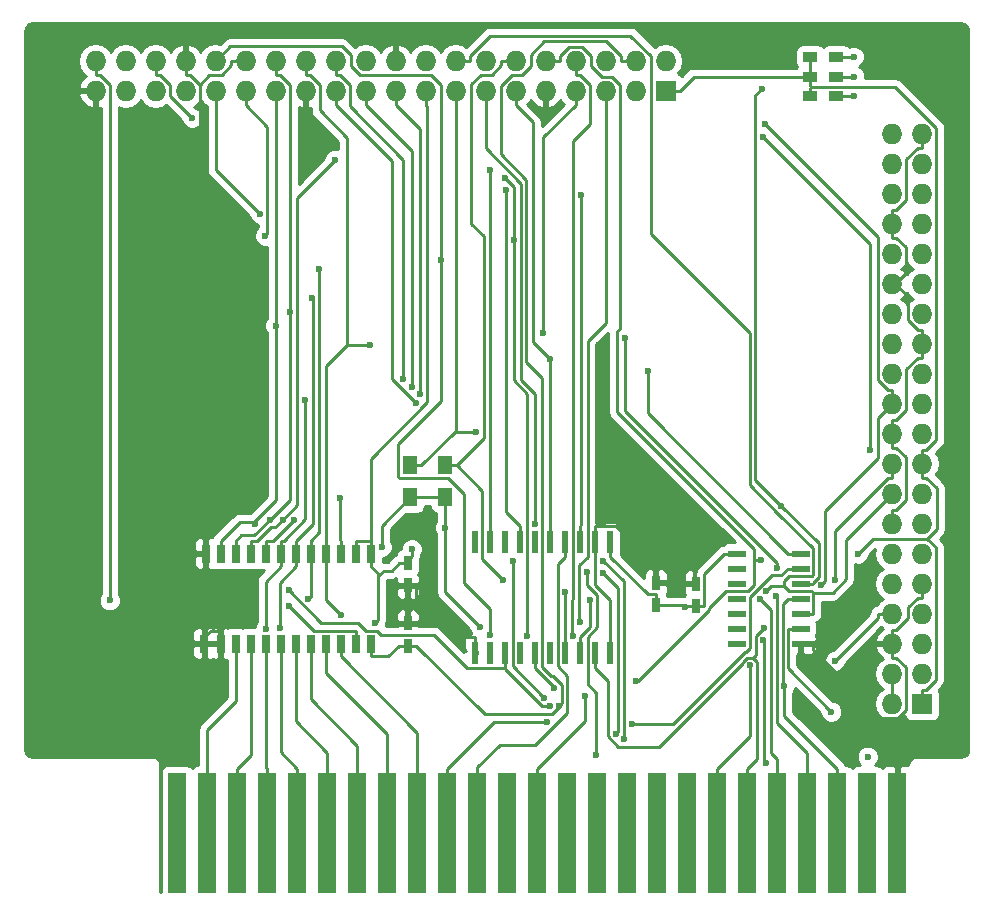
<source format=gbr>
G04 #@! TF.FileFunction,Copper,L2,Bot,Signal*
%FSLAX46Y46*%
G04 Gerber Fmt 4.6, Leading zero omitted, Abs format (unit mm)*
G04 Created by KiCad (PCBNEW 4.0.7) date 05/03/18 12:04:11*
%MOMM*%
%LPD*%
G01*
G04 APERTURE LIST*
%ADD10C,0.100000*%
%ADD11R,1.727200X1.727200*%
%ADD12O,1.727200X1.727200*%
%ADD13R,1.524000X10.160000*%
%ADD14R,1.200000X0.900000*%
%ADD15R,0.750000X1.200000*%
%ADD16R,0.600000X1.950000*%
%ADD17R,1.500000X0.600000*%
%ADD18R,0.762000X1.524000*%
%ADD19R,1.300000X1.500000*%
%ADD20C,0.600000*%
%ADD21C,0.250000*%
%ADD22C,0.254000*%
G04 APERTURE END LIST*
D10*
D11*
X180784000Y-126873000D03*
D12*
X178244000Y-126873000D03*
X180784000Y-124333000D03*
X178244000Y-124333000D03*
X180784000Y-121793000D03*
X178244000Y-121793000D03*
X180784000Y-119253000D03*
X178244000Y-119253000D03*
X180784000Y-116713000D03*
X178244000Y-116713000D03*
X180784000Y-114173000D03*
X178244000Y-114173000D03*
X180784000Y-111633000D03*
X178244000Y-111633000D03*
X180784000Y-109093000D03*
X178244000Y-109093000D03*
X180784000Y-106553000D03*
X178244000Y-106553000D03*
X180784000Y-104013000D03*
X178244000Y-104013000D03*
X180784000Y-101473000D03*
X178244000Y-101473000D03*
X180784000Y-98933000D03*
X178244000Y-98933000D03*
X180784000Y-96393000D03*
X178244000Y-96393000D03*
X180784000Y-93853000D03*
X178244000Y-93853000D03*
X180784000Y-91313000D03*
X178244000Y-91313000D03*
X180784000Y-88773000D03*
X178244000Y-88773000D03*
X180784000Y-86233000D03*
X178244000Y-86233000D03*
X180784000Y-83693000D03*
X178244000Y-83693000D03*
X180784000Y-81153000D03*
X178244000Y-81153000D03*
X180784000Y-78613000D03*
X178244000Y-78613000D03*
D13*
X178689000Y-137795000D03*
X176149000Y-137795000D03*
X173609000Y-137795000D03*
X171069000Y-137795000D03*
X168529000Y-137795000D03*
X165989000Y-137795000D03*
X163449000Y-137795000D03*
X160909000Y-137795000D03*
X158369000Y-137795000D03*
X155829000Y-137795000D03*
X153289000Y-137795000D03*
X150749000Y-137795000D03*
X148209000Y-137795000D03*
X145669000Y-137795000D03*
X143129000Y-137795000D03*
X140589000Y-137795000D03*
X138049000Y-137795000D03*
X135509000Y-137795000D03*
X132969000Y-137795000D03*
X130429000Y-137795000D03*
X127889000Y-137795000D03*
X125349000Y-137795000D03*
X122809000Y-137795000D03*
X120269000Y-137795000D03*
X117729000Y-137795000D03*
D14*
X171302000Y-72136000D03*
X173502000Y-72136000D03*
X171302000Y-73787000D03*
X173502000Y-73787000D03*
X171302000Y-75438000D03*
X173502000Y-75438000D03*
D15*
X158242000Y-118554000D03*
X158242000Y-116654000D03*
X137236000Y-114950000D03*
X137236000Y-116850000D03*
X161608000Y-118616000D03*
X161608000Y-116716000D03*
X137236000Y-121956000D03*
X137236000Y-120056000D03*
D16*
X154369000Y-122555000D03*
X153099000Y-122555000D03*
X151829000Y-122555000D03*
X150559000Y-122555000D03*
X149289000Y-122555000D03*
X148019000Y-122555000D03*
X146749000Y-122555000D03*
X145479000Y-122555000D03*
X144209000Y-122555000D03*
X142939000Y-122555000D03*
X142939000Y-113155000D03*
X144209000Y-113155000D03*
X145479000Y-113155000D03*
X146749000Y-113155000D03*
X148019000Y-113155000D03*
X149289000Y-113155000D03*
X150559000Y-113155000D03*
X151829000Y-113155000D03*
X153099000Y-113155000D03*
X154369000Y-113155000D03*
D11*
X159068000Y-74993500D03*
D12*
X159068000Y-72453500D03*
X156528000Y-74993500D03*
X156528000Y-72453500D03*
X153988000Y-74993500D03*
X153988000Y-72453500D03*
X151448000Y-74993500D03*
X151448000Y-72453500D03*
X148908000Y-74993500D03*
X148908000Y-72453500D03*
X146368000Y-74993500D03*
X146368000Y-72453500D03*
X143828000Y-74993500D03*
X143828000Y-72453500D03*
X141288000Y-74993500D03*
X141288000Y-72453500D03*
X138748000Y-74993500D03*
X138748000Y-72453500D03*
X136208000Y-74993500D03*
X136208000Y-72453500D03*
X133668000Y-74993500D03*
X133668000Y-72453500D03*
X131128000Y-74993500D03*
X131128000Y-72453500D03*
X128588000Y-74993500D03*
X128588000Y-72453500D03*
X126048000Y-74993500D03*
X126048000Y-72453500D03*
X123508000Y-74993500D03*
X123508000Y-72453500D03*
X120968000Y-74993500D03*
X120968000Y-72453500D03*
X118428000Y-74993500D03*
X118428000Y-72453500D03*
X115888000Y-74993500D03*
X115888000Y-72453500D03*
X113348000Y-74993500D03*
X113348000Y-72453500D03*
X110808000Y-74993500D03*
X110808000Y-72453500D03*
D17*
X170500000Y-114173000D03*
X170500000Y-115443000D03*
X170500000Y-116713000D03*
X170500000Y-117983000D03*
X170500000Y-119253000D03*
X170500000Y-120523000D03*
X170500000Y-121793000D03*
X165100000Y-121793000D03*
X165100000Y-120523000D03*
X165100000Y-119253000D03*
X165100000Y-117983000D03*
X165100000Y-116713000D03*
X165100000Y-115443000D03*
X165100000Y-114173000D03*
D18*
X134112000Y-121792000D03*
X132842000Y-121792000D03*
X131572000Y-121792000D03*
X130302000Y-121792000D03*
X129032000Y-121792000D03*
X127762000Y-121792000D03*
X126492000Y-121792000D03*
X125222000Y-121792000D03*
X123952000Y-121792000D03*
X122682000Y-121792000D03*
X121412000Y-121792000D03*
X120015000Y-121792000D03*
X134112000Y-114172000D03*
X132842000Y-114172000D03*
X131572000Y-114172000D03*
X130302000Y-114172000D03*
X129032000Y-114172000D03*
X127762000Y-114172000D03*
X126492000Y-114172000D03*
X125222000Y-114172000D03*
X123952000Y-114172000D03*
X122682000Y-114172000D03*
X121412000Y-114172000D03*
X120142000Y-114172000D03*
D19*
X137414000Y-106698000D03*
X137414000Y-109398000D03*
X140411000Y-106680000D03*
X140411000Y-109380000D03*
D20*
X126663100Y-111287700D03*
X131114000Y-80818600D03*
X151813200Y-119924100D03*
X127573100Y-111308500D03*
X148692500Y-95490400D03*
X125209300Y-120525900D03*
X155656600Y-95901400D03*
X168472400Y-115385200D03*
X128574800Y-101152100D03*
X131572000Y-119364700D03*
X134071700Y-96548000D03*
X124297700Y-111680600D03*
X126048000Y-94865100D03*
X127236900Y-93723400D03*
X125574200Y-111294200D03*
X126397000Y-120501100D03*
X125166500Y-87260800D03*
X129130500Y-92513900D03*
X128813900Y-118026800D03*
X129755900Y-90045900D03*
X124725800Y-85413400D03*
X160704400Y-118679000D03*
X134433300Y-120065800D03*
X137583900Y-113793200D03*
X175348700Y-114173000D03*
X167563800Y-131876800D03*
X167318900Y-121446900D03*
X127155000Y-117287300D03*
X149264900Y-127068900D03*
X153797000Y-114785700D03*
X155544100Y-129892400D03*
X153744600Y-115808700D03*
X154866100Y-129409000D03*
X153178000Y-131241800D03*
X152423900Y-115764000D03*
X146123700Y-114758100D03*
X148805000Y-126396800D03*
X157543100Y-98740600D03*
X160710600Y-116723700D03*
X119970000Y-111981700D03*
X138150900Y-118369800D03*
X176174400Y-131368800D03*
X168390400Y-117722800D03*
X167094200Y-117983000D03*
X167388900Y-120481800D03*
X166222000Y-123606400D03*
X152225400Y-126265900D03*
X156217200Y-128582700D03*
X149029400Y-128446700D03*
X173099400Y-127565400D03*
X149666600Y-125587100D03*
X169122900Y-125387400D03*
X175038800Y-75438000D03*
X175039000Y-73787000D03*
X175036700Y-72136000D03*
X150559000Y-117418200D03*
X168874900Y-110162500D03*
X167219800Y-74809600D03*
X111996900Y-118133800D03*
X127178000Y-118576600D03*
X151194000Y-121174800D03*
X173408200Y-123254300D03*
X156557400Y-124961800D03*
X167181000Y-114736300D03*
X149289000Y-97733900D03*
X152653900Y-118092500D03*
X145330800Y-116406200D03*
X148001100Y-111634600D03*
X143029700Y-103910100D03*
X167606500Y-117353600D03*
X173377500Y-116440000D03*
X176405100Y-105416600D03*
X167329300Y-78910700D03*
X138271100Y-100621500D03*
X137603500Y-100032300D03*
X137929800Y-101412100D03*
X136879400Y-99394600D03*
X140018000Y-89287400D03*
X144234400Y-121048600D03*
X147374300Y-121147000D03*
X146214300Y-87659500D03*
X145478700Y-82388500D03*
X145554600Y-83396300D03*
X151920400Y-83843600D03*
X118991600Y-77302900D03*
X144209000Y-81725700D03*
X150065300Y-127055800D03*
X167484000Y-77829100D03*
X172226900Y-116861800D03*
X135031200Y-113608900D03*
X143350200Y-120392300D03*
X140411000Y-111974000D03*
X131542700Y-109466700D03*
D21*
X123952000Y-114172000D02*
X123952000Y-113084700D01*
X126031300Y-111919500D02*
X126663100Y-111287700D01*
X125644800Y-111919500D02*
X126031300Y-111919500D01*
X124479600Y-113084700D02*
X125644800Y-111919500D01*
X123952000Y-113084700D02*
X124479600Y-113084700D01*
X127862200Y-84070400D02*
X131114000Y-80818600D01*
X127862200Y-110088600D02*
X127862200Y-84070400D01*
X126663100Y-111287700D02*
X127862200Y-110088600D01*
X153988000Y-74993500D02*
X153988000Y-76182400D01*
X125796900Y-113084700D02*
X127573100Y-111308500D01*
X125222000Y-113084700D02*
X125796900Y-113084700D01*
X125222000Y-114172000D02*
X125222000Y-113084700D01*
X153988000Y-94618500D02*
X153988000Y-76182400D01*
X152462400Y-96144100D02*
X153988000Y-94618500D01*
X152462400Y-114449800D02*
X152462400Y-96144100D01*
X151744400Y-115167800D02*
X152462400Y-114449800D01*
X151744400Y-119855300D02*
X151744400Y-115167800D01*
X151813200Y-119924100D02*
X151744400Y-119855300D01*
X151448000Y-74993500D02*
X151448000Y-76182400D01*
X148692500Y-78937900D02*
X151448000Y-76182400D01*
X148692500Y-95490400D02*
X148692500Y-78937900D01*
X125209300Y-116542000D02*
X125209300Y-120525900D01*
X126492000Y-115259300D02*
X125209300Y-116542000D01*
X126492000Y-114715600D02*
X126492000Y-115259300D01*
X126492000Y-114715600D02*
X126492000Y-114172000D01*
X128574800Y-111239300D02*
X128574800Y-101152100D01*
X126729400Y-113084700D02*
X128574800Y-111239300D01*
X126492000Y-113084700D02*
X126729400Y-113084700D01*
X126492000Y-114172000D02*
X126492000Y-113084700D01*
X168472400Y-114945700D02*
X168472400Y-115385200D01*
X155656600Y-102129900D02*
X168472400Y-114945700D01*
X155656600Y-95901400D02*
X155656600Y-102129900D01*
X128588000Y-72453500D02*
X128588000Y-73642400D01*
X130302000Y-118094700D02*
X131572000Y-119364700D01*
X130302000Y-114172000D02*
X130302000Y-118094700D01*
X130302000Y-114172000D02*
X130302000Y-113084700D01*
X128959600Y-73642400D02*
X128588000Y-73642400D01*
X129776900Y-74459700D02*
X128959600Y-73642400D01*
X129776900Y-76632500D02*
X129776900Y-74459700D01*
X132122900Y-78978500D02*
X129776900Y-76632500D01*
X132122900Y-96495100D02*
X132122900Y-78978500D01*
X130302000Y-98316000D02*
X132122900Y-96495100D01*
X130302000Y-113084700D02*
X130302000Y-98316000D01*
X134018800Y-96495100D02*
X134071700Y-96548000D01*
X132122900Y-96495100D02*
X134018800Y-96495100D01*
X121412000Y-114172000D02*
X121412000Y-113084700D01*
X123035500Y-111461200D02*
X124210300Y-111461200D01*
X121412000Y-113084700D02*
X123035500Y-111461200D01*
X124297700Y-111548600D02*
X124297700Y-111680600D01*
X124210300Y-111461200D02*
X124297700Y-111548600D01*
X126048000Y-94865100D02*
X126048000Y-74993500D01*
X126048000Y-109623500D02*
X124210300Y-111461200D01*
X126048000Y-94865100D02*
X126048000Y-109623500D01*
X122682000Y-114172000D02*
X122682000Y-113084700D01*
X123161000Y-112605700D02*
X122682000Y-113084700D01*
X124262700Y-112605700D02*
X123161000Y-112605700D01*
X125574200Y-111294200D02*
X124262700Y-112605700D01*
X126419600Y-73642400D02*
X126048000Y-73642400D01*
X127236900Y-74459700D02*
X126419600Y-73642400D01*
X127236900Y-93723400D02*
X127236900Y-74459700D01*
X126048000Y-72453500D02*
X126048000Y-73642400D01*
X127236900Y-109631500D02*
X125574200Y-111294200D01*
X127236900Y-93723400D02*
X127236900Y-109631500D01*
X127762000Y-114715600D02*
X127762000Y-115259300D01*
X126397000Y-116624300D02*
X126397000Y-120501100D01*
X127762000Y-115259300D02*
X126397000Y-116624300D01*
X123508000Y-74993500D02*
X123508000Y-76182400D01*
X127762000Y-114715600D02*
X127762000Y-114172000D01*
X127762000Y-114172000D02*
X127762000Y-113084700D01*
X129203500Y-92586900D02*
X129130500Y-92513900D01*
X129203500Y-111643200D02*
X129203500Y-92586900D01*
X127762000Y-113084700D02*
X129203500Y-111643200D01*
X125351100Y-78025500D02*
X123508000Y-76182400D01*
X125351100Y-87076200D02*
X125351100Y-78025500D01*
X125166500Y-87260800D02*
X125351100Y-87076200D01*
X129032000Y-117808700D02*
X129032000Y-114172000D01*
X128813900Y-118026800D02*
X129032000Y-117808700D01*
X129032000Y-114172000D02*
X129032000Y-113084700D01*
X120968000Y-74993500D02*
X120968000Y-76182400D01*
X129755900Y-112360800D02*
X129755900Y-90045900D01*
X129032000Y-113084700D02*
X129755900Y-112360800D01*
X120968100Y-81655700D02*
X124725800Y-85413400D01*
X120968100Y-76182400D02*
X120968100Y-81655700D01*
X120968000Y-76182400D02*
X120968100Y-76182400D01*
X134112000Y-114172000D02*
X134112000Y-115259300D01*
X162308300Y-115889400D02*
X164024700Y-114173000D01*
X162308300Y-118616000D02*
X162308300Y-115889400D01*
X161608000Y-118616000D02*
X162308300Y-118616000D01*
X165100000Y-114173000D02*
X164024700Y-114173000D01*
X161608000Y-118616000D02*
X160907700Y-118616000D01*
X160704400Y-118679000D02*
X160704400Y-118616500D01*
X160907200Y-118616500D02*
X160907700Y-118616000D01*
X160704400Y-118616500D02*
X160907200Y-118616500D01*
X134112000Y-115259300D02*
X134830100Y-115977300D01*
X135198100Y-115609300D02*
X134830100Y-115977300D01*
X135876400Y-115609300D02*
X135198100Y-115609300D01*
X136535700Y-114950000D02*
X135876400Y-115609300D01*
X137236000Y-114950000D02*
X136998500Y-114950000D01*
X136998500Y-114950000D02*
X136535700Y-114950000D01*
X137583900Y-114364600D02*
X137583900Y-113793200D01*
X136998500Y-114950000D02*
X137583900Y-114364600D01*
X171302000Y-75438000D02*
X171302000Y-74744400D01*
X180784000Y-106553000D02*
X180784000Y-105364100D01*
X180784000Y-106553000D02*
X180784000Y-107741900D01*
X180784000Y-126873000D02*
X180784000Y-125684100D01*
X134705900Y-119793200D02*
X134433300Y-120065800D01*
X134705900Y-116101500D02*
X134705900Y-119793200D01*
X134830100Y-115977300D02*
X134705900Y-116101500D01*
X159068000Y-74993500D02*
X160256900Y-74993500D01*
X171302000Y-73787000D02*
X171302000Y-74562300D01*
X171383700Y-74644000D02*
X171302000Y-74562300D01*
X171383700Y-74662700D02*
X171383700Y-74644000D01*
X171302000Y-74744400D02*
X171383700Y-74662700D01*
X181153500Y-105364100D02*
X180784000Y-105364100D01*
X181997400Y-104520200D02*
X181153500Y-105364100D01*
X181997400Y-78126500D02*
X181997400Y-104520200D01*
X178533600Y-74662700D02*
X181997400Y-78126500D01*
X171383700Y-74662700D02*
X178533600Y-74662700D01*
X181155600Y-125684100D02*
X180784000Y-125684100D01*
X181972900Y-124866800D02*
X181155600Y-125684100D01*
X181972900Y-113635400D02*
X181972900Y-124866800D01*
X181240500Y-112903000D02*
X181972900Y-113635400D01*
X182023200Y-112120300D02*
X181240500Y-112903000D01*
X182023200Y-108609600D02*
X182023200Y-112120300D01*
X181155500Y-107741900D02*
X182023200Y-108609600D01*
X180784000Y-107741900D02*
X181155500Y-107741900D01*
X176618700Y-112903000D02*
X175348700Y-114173000D01*
X181240500Y-112903000D02*
X176618700Y-112903000D01*
X160641900Y-118554000D02*
X158242000Y-118554000D01*
X160704400Y-118616500D02*
X160641900Y-118554000D01*
X157542400Y-117628700D02*
X154369000Y-114455300D01*
X158242000Y-117628700D02*
X157542400Y-117628700D01*
X158242000Y-118554000D02*
X158242000Y-117628700D01*
X154369000Y-113155000D02*
X154369000Y-114455300D01*
X132842000Y-114172000D02*
X132842000Y-113084700D01*
X134112000Y-114172000D02*
X134112000Y-113084700D01*
X132842000Y-113084700D02*
X134112000Y-113084700D01*
X138748000Y-74993500D02*
X138748000Y-76182400D01*
X138904400Y-76338800D02*
X138748000Y-76182400D01*
X138904400Y-101346700D02*
X138904400Y-76338800D01*
X134112000Y-106139100D02*
X138904400Y-101346700D01*
X134112000Y-113084700D02*
X134112000Y-106139100D01*
X161463400Y-73787000D02*
X160256900Y-74993500D01*
X170376700Y-73787000D02*
X161463400Y-73787000D01*
X171302000Y-73787000D02*
X170839400Y-73787000D01*
X170839400Y-73787000D02*
X170376700Y-73787000D01*
X171302000Y-73324400D02*
X171302000Y-72136000D01*
X170839400Y-73787000D02*
X171302000Y-73324400D01*
X167407600Y-131775200D02*
X167462200Y-131775200D01*
X167462200Y-131775200D02*
X167563800Y-131876800D01*
X167407600Y-121535600D02*
X167318900Y-121446900D01*
X167407600Y-131775200D02*
X167407600Y-121535600D01*
X145479000Y-122555000D02*
X145479000Y-123855300D01*
X129897900Y-120030200D02*
X127155000Y-117287300D01*
X133068300Y-120030200D02*
X129897900Y-120030200D01*
X133742700Y-120704600D02*
X133068300Y-120030200D01*
X134627700Y-120704600D02*
X133742700Y-120704600D01*
X134953700Y-121030600D02*
X134627700Y-120704600D01*
X139423100Y-121030600D02*
X134953700Y-121030600D01*
X142247800Y-123855300D02*
X139423100Y-121030600D01*
X145479000Y-123855300D02*
X142247800Y-123855300D01*
X148583900Y-127068900D02*
X149264900Y-127068900D01*
X145479000Y-123964000D02*
X148583900Y-127068900D01*
X145479000Y-123855300D02*
X145479000Y-123964000D01*
X155544100Y-116532800D02*
X153797000Y-114785700D01*
X155544100Y-129892400D02*
X155544100Y-116532800D01*
X155003400Y-117067500D02*
X153744600Y-115808700D01*
X155003400Y-129271700D02*
X155003400Y-117067500D01*
X154866100Y-129409000D02*
X155003400Y-129271700D01*
X152423900Y-116793400D02*
X152423900Y-115764000D01*
X153303200Y-117672700D02*
X152423900Y-116793400D01*
X153303200Y-120386200D02*
X153303200Y-117672700D01*
X152473700Y-121215700D02*
X153303200Y-120386200D01*
X152473700Y-125230800D02*
X152473700Y-121215700D01*
X153178000Y-125935100D02*
X152473700Y-125230800D01*
X153178000Y-131241800D02*
X153178000Y-125935100D01*
X146123700Y-123715500D02*
X146123700Y-114758100D01*
X148805000Y-126396800D02*
X146123700Y-123715500D01*
X170500000Y-114173000D02*
X169424700Y-114173000D01*
X157543100Y-102291400D02*
X157543100Y-98740600D01*
X169424700Y-114173000D02*
X157543100Y-102291400D01*
X120015000Y-121248300D02*
X120015000Y-120704700D01*
X120558600Y-120704700D02*
X121412000Y-120704700D01*
X120015000Y-121248300D02*
X120558600Y-120704700D01*
X121412000Y-121792000D02*
X121412000Y-120704700D01*
X161608000Y-116716000D02*
X160907700Y-116716000D01*
X178689000Y-137795000D02*
X178689000Y-132389700D01*
X178244000Y-121793000D02*
X178244000Y-122981900D01*
X158242000Y-116654000D02*
X158242000Y-115728700D01*
X178244000Y-86233000D02*
X178244000Y-87421900D01*
X178615600Y-85044100D02*
X178244000Y-85044100D01*
X179432900Y-84226800D02*
X178615600Y-85044100D01*
X179432900Y-80781400D02*
X179432900Y-84226800D01*
X180412400Y-79801900D02*
X179432900Y-80781400D01*
X180784000Y-79801900D02*
X180412400Y-79801900D01*
X180784000Y-78613000D02*
X180784000Y-79801900D01*
X178244000Y-86233000D02*
X178244000Y-85044100D01*
X180784000Y-96393000D02*
X180784000Y-97581900D01*
X178244000Y-91313000D02*
X178538300Y-91313000D01*
X178615600Y-87421900D02*
X178244000Y-87421900D01*
X179432900Y-88239200D02*
X178615600Y-87421900D01*
X179432900Y-90418400D02*
X179432900Y-88239200D01*
X178538300Y-91313000D02*
X179432900Y-90418400D01*
X180412400Y-95204100D02*
X180784000Y-95204100D01*
X179595100Y-94386800D02*
X180412400Y-95204100D01*
X179595100Y-92369800D02*
X179595100Y-94386800D01*
X178538300Y-91313000D02*
X179595100Y-92369800D01*
X180784000Y-96393000D02*
X180784000Y-95204100D01*
X120015000Y-121792000D02*
X120015000Y-121248300D01*
X180412400Y-117901900D02*
X180784000Y-117901900D01*
X179595100Y-118719200D02*
X180412400Y-117901900D01*
X179595100Y-119624600D02*
X179595100Y-118719200D01*
X178615600Y-120604100D02*
X179595100Y-119624600D01*
X178244000Y-120604100D02*
X178615600Y-120604100D01*
X178244000Y-121793000D02*
X178244000Y-120604100D01*
X180784000Y-116713000D02*
X180784000Y-117901900D01*
X120142000Y-120577700D02*
X120015000Y-120704700D01*
X120142000Y-114172000D02*
X120142000Y-120577700D01*
X120142000Y-114172000D02*
X120142000Y-113084700D01*
X154840600Y-111854700D02*
X153099000Y-111854700D01*
X158242000Y-115256100D02*
X154840600Y-111854700D01*
X158242000Y-115728700D02*
X158242000Y-115256100D01*
X154369000Y-122555000D02*
X154369000Y-121254700D01*
X153099000Y-112504800D02*
X153099000Y-111854700D01*
X153099000Y-112504800D02*
X153099000Y-113155000D01*
X153099000Y-113155000D02*
X153099000Y-114455300D01*
X158242000Y-116654000D02*
X158942300Y-116654000D01*
X160710600Y-116719800D02*
X160710600Y-116723700D01*
X160714400Y-116716000D02*
X160710600Y-116719800D01*
X160907700Y-116716000D02*
X160714400Y-116716000D01*
X159008100Y-116719800D02*
X158942300Y-116654000D01*
X160710600Y-116719800D02*
X159008100Y-116719800D01*
X137236000Y-116850000D02*
X137936300Y-116850000D01*
X137236000Y-120056000D02*
X137236000Y-119130700D01*
X138021300Y-118345400D02*
X137236000Y-119130700D01*
X138045700Y-118369800D02*
X138021300Y-118345400D01*
X138150900Y-118369800D02*
X138045700Y-118369800D01*
X137936300Y-118260400D02*
X137936300Y-116850000D01*
X138021300Y-118345400D02*
X137936300Y-118260400D01*
X141035800Y-121254700D02*
X138150900Y-118369800D01*
X142939000Y-121254700D02*
X141035800Y-121254700D01*
X142939000Y-122555000D02*
X142939000Y-121254700D01*
X154369000Y-118101600D02*
X154369000Y-121254700D01*
X153099000Y-116831600D02*
X154369000Y-118101600D01*
X153099000Y-114455300D02*
X153099000Y-116831600D01*
X170500000Y-121793000D02*
X171575300Y-121793000D01*
X178689000Y-132389700D02*
X178689000Y-128081400D01*
X178782100Y-128081400D02*
X178689000Y-128081400D01*
X179432900Y-127430600D02*
X178782100Y-128081400D01*
X179432900Y-123799200D02*
X179432900Y-127430600D01*
X178615600Y-122981900D02*
X179432900Y-123799200D01*
X178244000Y-122981900D02*
X178615600Y-122981900D01*
X177333000Y-128081400D02*
X178689000Y-128081400D01*
X171575300Y-122323700D02*
X177333000Y-128081400D01*
X171575300Y-121793000D02*
X171575300Y-122323700D01*
X180412400Y-97581900D02*
X180784000Y-97581900D01*
X179432900Y-98561400D02*
X180412400Y-97581900D01*
X179432900Y-102006800D02*
X179432900Y-98561400D01*
X178615600Y-102824100D02*
X179432900Y-102006800D01*
X178244000Y-102824100D02*
X178615600Y-102824100D01*
X178244000Y-104013000D02*
X178244000Y-102824100D01*
X178615600Y-105201900D02*
X178244000Y-105201900D01*
X179432900Y-106019200D02*
X178615600Y-105201900D01*
X179432900Y-109626700D02*
X179432900Y-106019200D01*
X178615500Y-110444100D02*
X179432900Y-109626700D01*
X178244000Y-110444100D02*
X178615500Y-110444100D01*
X178244000Y-111633000D02*
X178244000Y-110444100D01*
X178244000Y-104013000D02*
X178244000Y-105201900D01*
X118428000Y-72453500D02*
X118428000Y-73642400D01*
X119970000Y-112912700D02*
X119970000Y-111981700D01*
X120142000Y-113084700D02*
X119970000Y-112912700D01*
X123508000Y-72453500D02*
X122319100Y-72453500D01*
X122319100Y-72825100D02*
X122319100Y-72453500D01*
X121501800Y-73642400D02*
X122319100Y-72825100D01*
X120434200Y-73642400D02*
X121501800Y-73642400D01*
X119616900Y-74459700D02*
X120434200Y-73642400D01*
X119616900Y-111628600D02*
X119616900Y-74459700D01*
X119970000Y-111981700D02*
X119616900Y-111628600D01*
X118799600Y-73642400D02*
X118428000Y-73642400D01*
X119616900Y-74459700D02*
X118799600Y-73642400D01*
X176174400Y-131368800D02*
X176149000Y-131394200D01*
X168482900Y-117815300D02*
X168390400Y-117722800D01*
X168482900Y-128500400D02*
X168482900Y-117815300D01*
X171069000Y-131086500D02*
X168482900Y-128500400D01*
X171069000Y-137795000D02*
X171069000Y-131086500D01*
X168032500Y-130937000D02*
X168032500Y-131075500D01*
X168529000Y-131572000D02*
X168529000Y-137795000D01*
X168032500Y-131075500D02*
X168529000Y-131572000D01*
X168032500Y-118921300D02*
X167094200Y-117983000D01*
X168032500Y-130937000D02*
X168032500Y-118921300D01*
X165989000Y-137795000D02*
X165989000Y-132389700D01*
X153099000Y-122555000D02*
X153099000Y-123855300D01*
X166847300Y-123347300D02*
X166481100Y-122981100D01*
X166847300Y-131531400D02*
X166847300Y-123347300D01*
X165989000Y-132389700D02*
X166847300Y-131531400D01*
X154188100Y-124944400D02*
X153099000Y-123855300D01*
X154188100Y-129626100D02*
X154188100Y-124944400D01*
X155081300Y-130519300D02*
X154188100Y-129626100D01*
X158497800Y-130519300D02*
X155081300Y-130519300D01*
X165596700Y-123420400D02*
X158497800Y-130519300D01*
X165596700Y-123347400D02*
X165596700Y-123420400D01*
X165963000Y-122981100D02*
X165596700Y-123347400D01*
X166481100Y-122981100D02*
X165963000Y-122981100D01*
X166693600Y-122768600D02*
X166481100Y-122981100D01*
X166693600Y-121177100D02*
X166693600Y-122768600D01*
X167388900Y-120481800D02*
X166693600Y-121177100D01*
X163449000Y-137795000D02*
X163449000Y-132389700D01*
X166222000Y-129616700D02*
X166222000Y-123606400D01*
X163449000Y-132389700D02*
X166222000Y-129616700D01*
X148209000Y-137795000D02*
X148209000Y-132389700D01*
X152225400Y-128373300D02*
X152225400Y-126265900D01*
X148209000Y-132389700D02*
X152225400Y-128373300D01*
X140589000Y-137795000D02*
X140589000Y-132389700D01*
X144532000Y-128446700D02*
X149029400Y-128446700D01*
X140589000Y-132389700D02*
X144532000Y-128446700D01*
X170500000Y-115443000D02*
X169424700Y-115443000D01*
X168857200Y-116010500D02*
X169424700Y-115443000D01*
X168065300Y-116010500D02*
X168857200Y-116010500D01*
X166243300Y-117832500D02*
X168065300Y-116010500D01*
X166243300Y-122204300D02*
X166243300Y-117832500D01*
X165916800Y-122530800D02*
X166243300Y-122204300D01*
X165776400Y-122530800D02*
X165916800Y-122530800D01*
X159724600Y-128582600D02*
X165776400Y-122530800D01*
X159724600Y-128582700D02*
X159724600Y-128582600D01*
X156217200Y-128582700D02*
X159724600Y-128582700D01*
X138049000Y-129356300D02*
X138049000Y-137795000D01*
X131572000Y-122879300D02*
X138049000Y-129356300D01*
X131572000Y-121792000D02*
X131572000Y-122879300D01*
X135509000Y-129464200D02*
X135509000Y-137795000D01*
X130302000Y-124257200D02*
X135509000Y-129464200D01*
X130302000Y-121792000D02*
X130302000Y-124257200D01*
X132969000Y-130449000D02*
X132969000Y-137795000D01*
X129032000Y-126512000D02*
X132969000Y-130449000D01*
X129032000Y-121792000D02*
X129032000Y-126512000D01*
X130429000Y-131034700D02*
X130429000Y-137795000D01*
X127762000Y-128367700D02*
X130429000Y-131034700D01*
X127762000Y-121792000D02*
X127762000Y-128367700D01*
X126492000Y-130992700D02*
X127889000Y-132389700D01*
X126492000Y-121792000D02*
X126492000Y-130992700D01*
X127889000Y-137795000D02*
X127889000Y-132389700D01*
X125222000Y-132262700D02*
X125349000Y-132389700D01*
X125222000Y-121792000D02*
X125222000Y-132262700D01*
X125349000Y-137795000D02*
X125349000Y-132389700D01*
X123952000Y-131246700D02*
X122809000Y-132389700D01*
X123952000Y-121792000D02*
X123952000Y-131246700D01*
X122809000Y-137795000D02*
X122809000Y-132389700D01*
X120269000Y-129080300D02*
X120269000Y-137795000D01*
X122682000Y-126667300D02*
X120269000Y-129080300D01*
X122682000Y-121792000D02*
X122682000Y-126667300D01*
X169424700Y-123890700D02*
X173099400Y-127565400D01*
X169424700Y-120523000D02*
X169424700Y-123890700D01*
X170500000Y-120523000D02*
X169424700Y-120523000D01*
X170500000Y-117983000D02*
X169424700Y-117983000D01*
X173609000Y-137795000D02*
X173609000Y-132389700D01*
X168974400Y-118433300D02*
X169424700Y-117983000D01*
X168974400Y-125238900D02*
X168974400Y-118433300D01*
X169122900Y-125387400D02*
X168974400Y-125238900D01*
X148019000Y-122555000D02*
X148019000Y-123855300D01*
X169122900Y-127903600D02*
X169122900Y-125387400D01*
X173609000Y-132389700D02*
X169122900Y-127903600D01*
X149666600Y-125502900D02*
X149666600Y-125587100D01*
X148019000Y-123855300D02*
X149666600Y-125502900D01*
X173502000Y-75438000D02*
X175038800Y-75438000D01*
X173502000Y-73787000D02*
X175039000Y-73787000D01*
X173502000Y-72136000D02*
X175036700Y-72136000D01*
X170500000Y-116713000D02*
X171575300Y-116713000D01*
X166683700Y-75345700D02*
X167219800Y-74809600D01*
X166683700Y-107971300D02*
X166683700Y-75345700D01*
X168874900Y-110162500D02*
X166683700Y-107971300D01*
X171575300Y-116629100D02*
X171575300Y-116713000D01*
X172025600Y-116178800D02*
X171575300Y-116629100D01*
X172025600Y-113313200D02*
X172025600Y-116178800D01*
X168874900Y-110162500D02*
X172025600Y-113313200D01*
X150559000Y-122555000D02*
X150559000Y-117418200D01*
X110808000Y-72453500D02*
X110808000Y-73642400D01*
X111996900Y-74459700D02*
X111996900Y-118133800D01*
X111179600Y-73642400D02*
X111996900Y-74459700D01*
X110808000Y-73642400D02*
X111179600Y-73642400D01*
X129306100Y-120704700D02*
X127178000Y-118576600D01*
X132842000Y-120704700D02*
X129306100Y-120704700D01*
X132842000Y-121792000D02*
X132842000Y-120704700D01*
X151448000Y-72453500D02*
X151448000Y-73642400D01*
X178244000Y-119253000D02*
X177055100Y-119253000D01*
X177055100Y-119607400D02*
X173408200Y-123254300D01*
X177055100Y-119253000D02*
X177055100Y-119607400D01*
X151819600Y-73642400D02*
X151448000Y-73642400D01*
X152636900Y-74459700D02*
X151819600Y-73642400D01*
X152636900Y-77767500D02*
X152636900Y-74459700D01*
X151194000Y-79210400D02*
X152636900Y-77767500D01*
X151194000Y-118026800D02*
X151194000Y-79210400D01*
X151133700Y-118087100D02*
X151194000Y-118026800D01*
X151133700Y-121114500D02*
X151133700Y-118087100D01*
X151194000Y-121174800D02*
X151133700Y-121114500D01*
X148908000Y-72453500D02*
X150096900Y-72453500D01*
X166577700Y-113802100D02*
X166577700Y-114736300D01*
X154981800Y-102206200D02*
X166577700Y-113802100D01*
X154981800Y-95338200D02*
X154981800Y-102206200D01*
X155177100Y-95142900D02*
X154981800Y-95338200D01*
X155177100Y-74480100D02*
X155177100Y-95142900D01*
X154501500Y-73804500D02*
X155177100Y-74480100D01*
X153656600Y-73804500D02*
X154501500Y-73804500D01*
X152718000Y-72865900D02*
X153656600Y-73804500D01*
X152718000Y-72025200D02*
X152718000Y-72865900D01*
X151957400Y-71264600D02*
X152718000Y-72025200D01*
X150914200Y-71264600D02*
X151957400Y-71264600D01*
X150096900Y-72081900D02*
X150914200Y-71264600D01*
X150096900Y-72453500D02*
X150096900Y-72081900D01*
X156741100Y-124961800D02*
X156557400Y-124961800D01*
X162758700Y-118944200D02*
X156741100Y-124961800D01*
X162758700Y-118745800D02*
X162758700Y-118944200D01*
X164146900Y-117357600D02*
X162758700Y-118745800D01*
X166048600Y-117357600D02*
X164146900Y-117357600D01*
X166577700Y-116828500D02*
X166048600Y-117357600D01*
X166577700Y-114736300D02*
X166577700Y-116828500D01*
X166577700Y-114736300D02*
X167181000Y-114736300D01*
X146368000Y-74993500D02*
X146368000Y-76182400D01*
X149289000Y-113155000D02*
X149289000Y-97733900D01*
X147836900Y-77651300D02*
X146368000Y-76182400D01*
X147836900Y-96281800D02*
X147836900Y-77651300D01*
X149289000Y-97733900D02*
X147836900Y-96281800D01*
X151829000Y-121223500D02*
X151829000Y-122555000D01*
X152653900Y-120398600D02*
X151829000Y-121223500D01*
X152653900Y-118092500D02*
X152653900Y-120398600D01*
X140411000Y-106680000D02*
X141386300Y-106680000D01*
X146368000Y-72453500D02*
X145179100Y-72453500D01*
X145179100Y-72825100D02*
X145179100Y-72453500D01*
X144361800Y-73642400D02*
X145179100Y-72825100D01*
X143441100Y-73642400D02*
X144361800Y-73642400D01*
X142639000Y-74444500D02*
X143441100Y-73642400D01*
X142639000Y-86259000D02*
X142639000Y-74444500D01*
X143661000Y-87281000D02*
X142639000Y-86259000D01*
X143661000Y-104405300D02*
X143661000Y-87281000D01*
X141386300Y-106680000D02*
X143661000Y-104405300D01*
X143564400Y-114639800D02*
X145330800Y-116406200D01*
X143564400Y-108858100D02*
X143564400Y-114639800D01*
X141386300Y-106680000D02*
X143564400Y-108858100D01*
X148001100Y-100647800D02*
X148001100Y-111634600D01*
X146839600Y-99486300D02*
X148001100Y-100647800D01*
X146839600Y-82865000D02*
X146839600Y-99486300D01*
X143828000Y-79853400D02*
X146839600Y-82865000D01*
X143828000Y-74993500D02*
X143828000Y-79853400D01*
X137414000Y-106698000D02*
X138389300Y-106698000D01*
X141288000Y-103862700D02*
X141288000Y-74993500D01*
X141224600Y-103862700D02*
X141288000Y-103862700D01*
X138389300Y-106698000D02*
X141224600Y-103862700D01*
X142982300Y-103862700D02*
X143029700Y-103910100D01*
X141288000Y-103862700D02*
X142982300Y-103862700D01*
X170500000Y-119253000D02*
X171575300Y-119253000D01*
X171575300Y-119253000D02*
X171575300Y-117494500D01*
X174352000Y-112985000D02*
X178244000Y-109093000D01*
X174352000Y-116349900D02*
X174352000Y-112985000D01*
X173207400Y-117494500D02*
X174352000Y-116349900D01*
X171575300Y-117494500D02*
X173207400Y-117494500D01*
X141288000Y-72453500D02*
X142476900Y-72453500D01*
X168002300Y-116957800D02*
X167606500Y-117353600D01*
X169129300Y-116957800D02*
X168002300Y-116957800D01*
X169129300Y-116505300D02*
X169129300Y-116957800D01*
X169556600Y-116078000D02*
X169129300Y-116505300D01*
X171443900Y-116078000D02*
X169556600Y-116078000D01*
X171575300Y-115946600D02*
X171443900Y-116078000D01*
X171575300Y-113738200D02*
X171575300Y-115946600D01*
X168624900Y-110787800D02*
X171575300Y-113738200D01*
X168615900Y-110787800D02*
X168624900Y-110787800D01*
X166217000Y-108388900D02*
X168615900Y-110787800D01*
X166217000Y-95536300D02*
X166217000Y-108388900D01*
X157798000Y-87117300D02*
X166217000Y-95536300D01*
X157798000Y-72017800D02*
X157798000Y-87117300D01*
X156097200Y-70317000D02*
X157798000Y-72017800D01*
X144241900Y-70317000D02*
X156097200Y-70317000D01*
X142476900Y-72082000D02*
X144241900Y-70317000D01*
X142476900Y-72453500D02*
X142476900Y-72082000D01*
X171438400Y-117357600D02*
X171575300Y-117494500D01*
X169529100Y-117357600D02*
X171438400Y-117357600D01*
X169129300Y-116957800D02*
X169529100Y-117357600D01*
X178244000Y-106553000D02*
X178244000Y-107741900D01*
X173377500Y-112236900D02*
X173377500Y-116440000D01*
X177872500Y-107741900D02*
X173377500Y-112236900D01*
X178244000Y-107741900D02*
X177872500Y-107741900D01*
X176405100Y-87986500D02*
X176405100Y-105416600D01*
X167329300Y-78910700D02*
X176405100Y-87986500D01*
X136208000Y-74993500D02*
X136208000Y-76182400D01*
X138271100Y-78245500D02*
X138271100Y-100621500D01*
X136208000Y-76182400D02*
X138271100Y-78245500D01*
X133668000Y-74993500D02*
X133668000Y-76182400D01*
X137603500Y-80117900D02*
X137603500Y-100032300D01*
X133668000Y-76182400D02*
X137603500Y-80117900D01*
X131128000Y-74993500D02*
X131128000Y-76182400D01*
X135869100Y-99351400D02*
X137929800Y-101412100D01*
X135869000Y-99351400D02*
X135869100Y-99351400D01*
X135869000Y-80923400D02*
X135869000Y-99351400D01*
X131128000Y-76182400D02*
X135869000Y-80923400D01*
X131128000Y-72453500D02*
X131128000Y-73642400D01*
X136879400Y-80816900D02*
X136879400Y-99394600D01*
X132316900Y-76254400D02*
X136879400Y-80816900D01*
X132316900Y-74459700D02*
X132316900Y-76254400D01*
X131499600Y-73642400D02*
X132316900Y-74459700D01*
X131128000Y-73642400D02*
X131499600Y-73642400D01*
X140018000Y-74525500D02*
X140018000Y-89287400D01*
X139183300Y-73690800D02*
X140018000Y-74525500D01*
X133218500Y-73690800D02*
X139183300Y-73690800D01*
X132398000Y-72870300D02*
X133218500Y-73690800D01*
X132398000Y-71967000D02*
X132398000Y-72870300D01*
X131664400Y-71233400D02*
X132398000Y-71967000D01*
X122188100Y-71233400D02*
X131664400Y-71233400D01*
X120968000Y-72453500D02*
X122188100Y-71233400D01*
X144234400Y-118893800D02*
X144234400Y-121048600D01*
X142017000Y-116676400D02*
X144234400Y-118893800D01*
X142017000Y-109118900D02*
X142017000Y-116676400D01*
X140671500Y-107773400D02*
X142017000Y-109118900D01*
X136560500Y-107773400D02*
X140671500Y-107773400D01*
X136438600Y-107651500D02*
X136560500Y-107773400D01*
X136438600Y-104874100D02*
X136438600Y-107651500D01*
X140018000Y-101294700D02*
X136438600Y-104874100D01*
X140018000Y-89287400D02*
X140018000Y-101294700D01*
X147374300Y-100657900D02*
X147374300Y-121147000D01*
X146214300Y-99497900D02*
X147374300Y-100657900D01*
X146214300Y-87659500D02*
X146214300Y-99497900D01*
X146214300Y-83124100D02*
X146214300Y-87659500D01*
X145478700Y-82388500D02*
X146214300Y-83124100D01*
X146749000Y-113155000D02*
X146749000Y-111854700D01*
X145554700Y-83396300D02*
X145554600Y-83396300D01*
X145554700Y-110660400D02*
X145554700Y-83396300D01*
X146749000Y-111854700D02*
X145554700Y-110660400D01*
X151829000Y-113155000D02*
X151829000Y-111854700D01*
X115888000Y-72453500D02*
X115888000Y-73642400D01*
X117076900Y-75388200D02*
X118991600Y-77302900D01*
X117076900Y-74459700D02*
X117076900Y-75388200D01*
X116259600Y-73642400D02*
X117076900Y-74459700D01*
X115888000Y-73642400D02*
X116259600Y-73642400D01*
X151920400Y-111763300D02*
X151920400Y-83843600D01*
X151829000Y-111854700D02*
X151920400Y-111763300D01*
X144209000Y-113155000D02*
X144209000Y-111854700D01*
X144209000Y-111854700D02*
X144209000Y-81725700D01*
X143129000Y-132588000D02*
X143129000Y-132283200D01*
X145059400Y-130352800D02*
X148049600Y-130352800D01*
X143129000Y-132283200D02*
X145059400Y-130352800D01*
X150761400Y-127641000D02*
X148049600Y-130352800D01*
X150559000Y-113155000D02*
X150559000Y-114455300D01*
X150559000Y-114455300D02*
X149933700Y-115080600D01*
X149933700Y-115080600D02*
X149933700Y-123705900D01*
X149933700Y-123705900D02*
X150761400Y-124533600D01*
X150761400Y-124533600D02*
X150761400Y-127641000D01*
X143129000Y-137795000D02*
X143129000Y-132588000D01*
X137236000Y-121956000D02*
X137936300Y-121956000D01*
X178244000Y-126873000D02*
X178244000Y-124333000D01*
X156528000Y-72453500D02*
X155339100Y-72453500D01*
X143742800Y-127762500D02*
X137936300Y-121956000D01*
X149482400Y-127762500D02*
X143742800Y-127762500D01*
X150065300Y-127179600D02*
X149482400Y-127762500D01*
X150065300Y-127055800D02*
X150065300Y-127179600D01*
X135612400Y-122879300D02*
X136535700Y-121956000D01*
X134112000Y-122879300D02*
X135612400Y-122879300D01*
X134112000Y-121792000D02*
X134112000Y-122879300D01*
X137236000Y-121956000D02*
X136535700Y-121956000D01*
X155339100Y-72082000D02*
X155339100Y-72453500D01*
X154055200Y-70798100D02*
X155339100Y-72082000D01*
X148819900Y-70798100D02*
X154055200Y-70798100D01*
X147638000Y-71980000D02*
X148819900Y-70798100D01*
X147638000Y-72886800D02*
X147638000Y-71980000D01*
X146882300Y-73642500D02*
X147638000Y-72886800D01*
X146032200Y-73642500D02*
X146882300Y-73642500D01*
X145130700Y-74544000D02*
X146032200Y-73642500D01*
X145130700Y-80352700D02*
X145130700Y-74544000D01*
X147289900Y-82511900D02*
X145130700Y-80352700D01*
X147289900Y-97918300D02*
X147289900Y-82511900D01*
X148644500Y-99272900D02*
X147289900Y-97918300D01*
X148644500Y-123748600D02*
X148644500Y-99272900D01*
X149393700Y-124497800D02*
X148644500Y-123748600D01*
X149530400Y-124497800D02*
X149393700Y-124497800D01*
X150306700Y-125274100D02*
X149530400Y-124497800D01*
X150306700Y-126814400D02*
X150306700Y-125274100D01*
X150065300Y-127055800D02*
X150306700Y-126814400D01*
X177055100Y-87400200D02*
X167484000Y-77829100D01*
X177055100Y-99466800D02*
X177055100Y-87400200D01*
X177872400Y-100284100D02*
X177055100Y-99466800D01*
X178244000Y-100284100D02*
X177872400Y-100284100D01*
X178244000Y-101473000D02*
X178244000Y-100284100D01*
X172560600Y-116528100D02*
X172226900Y-116861800D01*
X172560600Y-110554900D02*
X172560600Y-116528100D01*
X177044500Y-106071000D02*
X172560600Y-110554900D01*
X177044500Y-102672500D02*
X177044500Y-106071000D01*
X178244000Y-101473000D02*
X177044500Y-102672500D01*
X137562600Y-109398000D02*
X138389300Y-109398000D01*
X137562600Y-109398000D02*
X137485800Y-109398000D01*
X140411000Y-109380000D02*
X140411000Y-110455300D01*
X137414000Y-109398000D02*
X137449900Y-109398000D01*
X137449900Y-109398000D02*
X137485800Y-109398000D01*
X138407300Y-109380000D02*
X140411000Y-109380000D01*
X138389300Y-109398000D02*
X138407300Y-109380000D01*
X135031200Y-111816700D02*
X135031200Y-113608900D01*
X137449900Y-109398000D02*
X135031200Y-111816700D01*
X140411000Y-110455300D02*
X140411000Y-111974000D01*
X140411000Y-117453100D02*
X143350200Y-120392300D01*
X140411000Y-111974000D02*
X140411000Y-117453100D01*
X131542700Y-113055400D02*
X131542700Y-109466700D01*
X131572000Y-113084700D02*
X131542700Y-113055400D01*
X131572000Y-114172000D02*
X131572000Y-113084700D01*
D22*
G36*
X184358979Y-69345478D02*
X184536145Y-69463856D01*
X184654521Y-69641019D01*
X184710000Y-69919931D01*
X184710000Y-130740069D01*
X184654521Y-131018981D01*
X184536145Y-131196144D01*
X184358979Y-131314522D01*
X184080070Y-131370000D01*
X180340000Y-131370000D01*
X180068295Y-131424046D01*
X179837954Y-131577954D01*
X179684046Y-131808295D01*
X179630000Y-132080000D01*
X179630000Y-132101825D01*
X179577310Y-132080000D01*
X178974750Y-132080000D01*
X178816000Y-132238750D01*
X178816000Y-137668000D01*
X178836000Y-137668000D01*
X178836000Y-137922000D01*
X178816000Y-137922000D01*
X178816000Y-137942000D01*
X178562000Y-137942000D01*
X178562000Y-137922000D01*
X178542000Y-137922000D01*
X178542000Y-137668000D01*
X178562000Y-137668000D01*
X178562000Y-132238750D01*
X178403250Y-132080000D01*
X177800690Y-132080000D01*
X177567301Y-132176673D01*
X177416329Y-132327646D01*
X177375090Y-132263559D01*
X177162890Y-132118569D01*
X176911000Y-132067560D01*
X176797865Y-132067560D01*
X176966592Y-131899127D01*
X177109238Y-131555599D01*
X177109562Y-131183633D01*
X176967517Y-130839857D01*
X176704727Y-130576608D01*
X176361199Y-130433962D01*
X175989233Y-130433638D01*
X175645457Y-130575683D01*
X175382208Y-130838473D01*
X175239562Y-131182001D01*
X175239238Y-131553967D01*
X175381283Y-131897743D01*
X175550804Y-132067560D01*
X175387000Y-132067560D01*
X175151683Y-132111838D01*
X174935559Y-132250910D01*
X174879626Y-132332770D01*
X174835090Y-132263559D01*
X174622890Y-132118569D01*
X174371000Y-132067560D01*
X174290234Y-132067560D01*
X174146401Y-131852299D01*
X169882900Y-127588798D01*
X169882900Y-125949863D01*
X169915092Y-125917727D01*
X170050596Y-125591398D01*
X172164278Y-127705080D01*
X172164238Y-127750567D01*
X172306283Y-128094343D01*
X172569073Y-128357592D01*
X172912601Y-128500238D01*
X173284567Y-128500562D01*
X173628343Y-128358517D01*
X173891592Y-128095727D01*
X174034238Y-127752199D01*
X174034562Y-127380233D01*
X173892517Y-127036457D01*
X173629727Y-126773208D01*
X173286199Y-126630562D01*
X173239323Y-126630521D01*
X170184700Y-123575898D01*
X170184700Y-122728000D01*
X170214250Y-122728000D01*
X170373000Y-122569250D01*
X170373000Y-121920000D01*
X170627000Y-121920000D01*
X170627000Y-122569250D01*
X170785750Y-122728000D01*
X171376309Y-122728000D01*
X171609698Y-122631327D01*
X171788327Y-122452699D01*
X171885000Y-122219310D01*
X171885000Y-122078750D01*
X171726250Y-121920000D01*
X170627000Y-121920000D01*
X170373000Y-121920000D01*
X170353000Y-121920000D01*
X170353000Y-121666000D01*
X170373000Y-121666000D01*
X170373000Y-121646000D01*
X170627000Y-121646000D01*
X170627000Y-121666000D01*
X171726250Y-121666000D01*
X171885000Y-121507250D01*
X171885000Y-121366690D01*
X171795194Y-121149878D01*
X171846431Y-121074890D01*
X171897440Y-120823000D01*
X171897440Y-120223000D01*
X171853162Y-119987683D01*
X171836074Y-119961128D01*
X171866139Y-119955148D01*
X172112701Y-119790401D01*
X172277448Y-119543839D01*
X172335300Y-119253000D01*
X172335300Y-118254500D01*
X173207400Y-118254500D01*
X173498239Y-118196648D01*
X173744801Y-118031901D01*
X174889401Y-116887301D01*
X175054148Y-116640739D01*
X175112000Y-116349900D01*
X175112000Y-115087117D01*
X175161901Y-115107838D01*
X175533867Y-115108162D01*
X175877643Y-114966117D01*
X176140892Y-114703327D01*
X176283538Y-114359799D01*
X176283579Y-114312923D01*
X176788679Y-113807823D01*
X176716041Y-114173000D01*
X176830115Y-114746489D01*
X177154971Y-115232670D01*
X177469752Y-115443000D01*
X177154971Y-115653330D01*
X176830115Y-116139511D01*
X176716041Y-116713000D01*
X176830115Y-117286489D01*
X177154971Y-117772670D01*
X177469752Y-117983000D01*
X177154971Y-118193330D01*
X176939354Y-118516024D01*
X176764261Y-118550852D01*
X176517699Y-118715599D01*
X176352952Y-118962161D01*
X176295100Y-119253000D01*
X176295100Y-119292598D01*
X173268520Y-122319178D01*
X173223033Y-122319138D01*
X172879257Y-122461183D01*
X172616008Y-122723973D01*
X172473362Y-123067501D01*
X172473038Y-123439467D01*
X172615083Y-123783243D01*
X172877873Y-124046492D01*
X173221401Y-124189138D01*
X173593367Y-124189462D01*
X173937143Y-124047417D01*
X174200392Y-123784627D01*
X174343038Y-123441099D01*
X174343079Y-123394223D01*
X177316621Y-120420681D01*
X177478228Y-120528664D01*
X177355510Y-120586179D01*
X176961312Y-121018053D01*
X176789042Y-121433974D01*
X176910183Y-121666000D01*
X178117000Y-121666000D01*
X178117000Y-121646000D01*
X178371000Y-121646000D01*
X178371000Y-121666000D01*
X178391000Y-121666000D01*
X178391000Y-121920000D01*
X178371000Y-121920000D01*
X178371000Y-121940000D01*
X178117000Y-121940000D01*
X178117000Y-121920000D01*
X176910183Y-121920000D01*
X176789042Y-122152026D01*
X176961312Y-122567947D01*
X177355510Y-122999821D01*
X177478228Y-123057336D01*
X177154971Y-123273330D01*
X176830115Y-123759511D01*
X176716041Y-124333000D01*
X176830115Y-124906489D01*
X177154971Y-125392670D01*
X177469752Y-125603000D01*
X177154971Y-125813330D01*
X176830115Y-126299511D01*
X176716041Y-126873000D01*
X176830115Y-127446489D01*
X177154971Y-127932670D01*
X177641152Y-128257526D01*
X178214641Y-128371600D01*
X178273359Y-128371600D01*
X178846848Y-128257526D01*
X179312442Y-127946426D01*
X179317238Y-127971917D01*
X179456310Y-128188041D01*
X179668510Y-128333031D01*
X179920400Y-128384040D01*
X181647600Y-128384040D01*
X181882917Y-128339762D01*
X182099041Y-128200690D01*
X182244031Y-127988490D01*
X182295040Y-127736600D01*
X182295040Y-126009400D01*
X182250762Y-125774083D01*
X182207559Y-125706943D01*
X182510301Y-125404201D01*
X182675048Y-125157639D01*
X182732900Y-124866800D01*
X182732900Y-113635400D01*
X182675048Y-113344561D01*
X182510301Y-113097999D01*
X182315302Y-112903000D01*
X182560601Y-112657701D01*
X182725348Y-112411139D01*
X182783200Y-112120300D01*
X182783200Y-108609600D01*
X182725348Y-108318761D01*
X182560601Y-108072199D01*
X181964370Y-107475968D01*
X182197885Y-107126489D01*
X182311959Y-106553000D01*
X182197885Y-105979511D01*
X181963569Y-105628833D01*
X182534801Y-105057601D01*
X182699548Y-104811039D01*
X182757400Y-104520200D01*
X182757400Y-78126500D01*
X182699548Y-77835661D01*
X182534801Y-77589099D01*
X179071001Y-74125299D01*
X178824439Y-73960552D01*
X178533600Y-73902700D01*
X175973900Y-73902700D01*
X175974162Y-73601833D01*
X175832117Y-73258057D01*
X175569327Y-72994808D01*
X175488194Y-72961118D01*
X175565643Y-72929117D01*
X175828892Y-72666327D01*
X175971538Y-72322799D01*
X175971862Y-71950833D01*
X175829817Y-71607057D01*
X175567027Y-71343808D01*
X175223499Y-71201162D01*
X174851533Y-71200838D01*
X174608902Y-71301091D01*
X174566090Y-71234559D01*
X174353890Y-71089569D01*
X174102000Y-71038560D01*
X172902000Y-71038560D01*
X172666683Y-71082838D01*
X172450559Y-71221910D01*
X172402866Y-71291711D01*
X172366090Y-71234559D01*
X172153890Y-71089569D01*
X171902000Y-71038560D01*
X170702000Y-71038560D01*
X170466683Y-71082838D01*
X170250559Y-71221910D01*
X170105569Y-71434110D01*
X170054560Y-71686000D01*
X170054560Y-72586000D01*
X170098838Y-72821317D01*
X170189521Y-72962242D01*
X170145274Y-73027000D01*
X161463400Y-73027000D01*
X161172561Y-73084852D01*
X160925999Y-73249599D01*
X160435411Y-73740187D01*
X160395690Y-73678459D01*
X160183490Y-73533469D01*
X160139655Y-73524592D01*
X160452526Y-73056348D01*
X160566600Y-72482859D01*
X160566600Y-72424141D01*
X160452526Y-71850652D01*
X160127670Y-71364471D01*
X159641489Y-71039615D01*
X159068000Y-70925541D01*
X158494511Y-71039615D01*
X158134901Y-71279899D01*
X156634601Y-69779599D01*
X156388039Y-69614852D01*
X156097200Y-69557000D01*
X144241900Y-69557000D01*
X143951061Y-69614852D01*
X143704499Y-69779599D01*
X142210968Y-71273130D01*
X141861489Y-71039615D01*
X141288000Y-70925541D01*
X140714511Y-71039615D01*
X140228330Y-71364471D01*
X140018000Y-71679252D01*
X139807670Y-71364471D01*
X139321489Y-71039615D01*
X138748000Y-70925541D01*
X138174511Y-71039615D01*
X137688330Y-71364471D01*
X137472336Y-71687728D01*
X137414821Y-71565010D01*
X136982947Y-71170812D01*
X136567026Y-70998542D01*
X136335000Y-71119683D01*
X136335000Y-72326500D01*
X136355000Y-72326500D01*
X136355000Y-72580500D01*
X136335000Y-72580500D01*
X136335000Y-72600500D01*
X136081000Y-72600500D01*
X136081000Y-72580500D01*
X136061000Y-72580500D01*
X136061000Y-72326500D01*
X136081000Y-72326500D01*
X136081000Y-71119683D01*
X135848974Y-70998542D01*
X135433053Y-71170812D01*
X135001179Y-71565010D01*
X134943664Y-71687728D01*
X134727670Y-71364471D01*
X134241489Y-71039615D01*
X133668000Y-70925541D01*
X133094511Y-71039615D01*
X132765353Y-71259551D01*
X132201801Y-70695999D01*
X131955239Y-70531252D01*
X131664400Y-70473400D01*
X122188100Y-70473400D01*
X121897261Y-70531252D01*
X121650699Y-70695999D01*
X121345973Y-71000725D01*
X120968000Y-70925541D01*
X120394511Y-71039615D01*
X119908330Y-71364471D01*
X119692336Y-71687728D01*
X119634821Y-71565010D01*
X119202947Y-71170812D01*
X118787026Y-70998542D01*
X118555000Y-71119683D01*
X118555000Y-72326500D01*
X118575000Y-72326500D01*
X118575000Y-72580500D01*
X118555000Y-72580500D01*
X118555000Y-72600500D01*
X118301000Y-72600500D01*
X118301000Y-72580500D01*
X118281000Y-72580500D01*
X118281000Y-72326500D01*
X118301000Y-72326500D01*
X118301000Y-71119683D01*
X118068974Y-70998542D01*
X117653053Y-71170812D01*
X117221179Y-71565010D01*
X117163664Y-71687728D01*
X116947670Y-71364471D01*
X116461489Y-71039615D01*
X115888000Y-70925541D01*
X115314511Y-71039615D01*
X114828330Y-71364471D01*
X114618000Y-71679252D01*
X114407670Y-71364471D01*
X113921489Y-71039615D01*
X113348000Y-70925541D01*
X112774511Y-71039615D01*
X112288330Y-71364471D01*
X112078000Y-71679252D01*
X111867670Y-71364471D01*
X111381489Y-71039615D01*
X110808000Y-70925541D01*
X110234511Y-71039615D01*
X109748330Y-71364471D01*
X109423474Y-71850652D01*
X109309400Y-72424141D01*
X109309400Y-72482859D01*
X109423474Y-73056348D01*
X109748330Y-73542529D01*
X110019161Y-73723492D01*
X109601179Y-74105010D01*
X109353032Y-74634473D01*
X109473531Y-74866500D01*
X110681000Y-74866500D01*
X110681000Y-74846500D01*
X110935000Y-74846500D01*
X110935000Y-74866500D01*
X110955000Y-74866500D01*
X110955000Y-75120500D01*
X110935000Y-75120500D01*
X110935000Y-76327317D01*
X111167026Y-76448458D01*
X111236900Y-76419517D01*
X111236900Y-117571337D01*
X111204708Y-117603473D01*
X111062062Y-117947001D01*
X111061738Y-118318967D01*
X111203783Y-118662743D01*
X111466573Y-118925992D01*
X111810101Y-119068638D01*
X112182067Y-119068962D01*
X112525843Y-118926917D01*
X112789092Y-118664127D01*
X112931738Y-118320599D01*
X112932062Y-117948633D01*
X112790017Y-117604857D01*
X112756900Y-117571682D01*
X112756900Y-114457750D01*
X119126000Y-114457750D01*
X119126000Y-115060310D01*
X119222673Y-115293699D01*
X119401302Y-115472327D01*
X119634691Y-115569000D01*
X119856250Y-115569000D01*
X120015000Y-115410250D01*
X120015000Y-114299000D01*
X119284750Y-114299000D01*
X119126000Y-114457750D01*
X112756900Y-114457750D01*
X112756900Y-113283690D01*
X119126000Y-113283690D01*
X119126000Y-113886250D01*
X119284750Y-114045000D01*
X120015000Y-114045000D01*
X120015000Y-112933750D01*
X119856250Y-112775000D01*
X119634691Y-112775000D01*
X119401302Y-112871673D01*
X119222673Y-113050301D01*
X119126000Y-113283690D01*
X112756900Y-113283690D01*
X112756900Y-76395618D01*
X112774511Y-76407385D01*
X113348000Y-76521459D01*
X113921489Y-76407385D01*
X114407670Y-76082529D01*
X114618000Y-75767748D01*
X114828330Y-76082529D01*
X115314511Y-76407385D01*
X115888000Y-76521459D01*
X116461489Y-76407385D01*
X116797061Y-76183163D01*
X118056478Y-77442580D01*
X118056438Y-77488067D01*
X118198483Y-77831843D01*
X118461273Y-78095092D01*
X118804801Y-78237738D01*
X119176767Y-78238062D01*
X119520543Y-78096017D01*
X119783792Y-77833227D01*
X119926438Y-77489699D01*
X119926762Y-77117733D01*
X119784717Y-76773957D01*
X119521927Y-76510708D01*
X119178399Y-76368062D01*
X119131523Y-76368021D01*
X119103036Y-76339534D01*
X119487670Y-76082529D01*
X119698000Y-75767748D01*
X119908330Y-76082529D01*
X120208100Y-76282829D01*
X120208100Y-81655700D01*
X120265952Y-81946539D01*
X120430699Y-82193101D01*
X123790678Y-85553080D01*
X123790638Y-85598567D01*
X123932683Y-85942343D01*
X124195473Y-86205592D01*
X124539001Y-86348238D01*
X124591100Y-86348283D01*
X124591100Y-86514059D01*
X124374308Y-86730473D01*
X124231662Y-87074001D01*
X124231338Y-87445967D01*
X124373383Y-87789743D01*
X124636173Y-88052992D01*
X124979701Y-88195638D01*
X125288000Y-88195907D01*
X125288000Y-94302637D01*
X125255808Y-94334773D01*
X125113162Y-94678301D01*
X125112838Y-95050267D01*
X125254883Y-95394043D01*
X125288000Y-95427218D01*
X125288000Y-109308698D01*
X123895498Y-110701200D01*
X123035500Y-110701200D01*
X122744661Y-110759052D01*
X122498099Y-110923799D01*
X120874599Y-112547299D01*
X120709852Y-112793861D01*
X120708710Y-112799605D01*
X120649309Y-112775000D01*
X120427750Y-112775000D01*
X120269000Y-112933750D01*
X120269000Y-114045000D01*
X120289000Y-114045000D01*
X120289000Y-114299000D01*
X120269000Y-114299000D01*
X120269000Y-115410250D01*
X120427750Y-115569000D01*
X120649309Y-115569000D01*
X120765263Y-115520970D01*
X120779110Y-115530431D01*
X121031000Y-115581440D01*
X121793000Y-115581440D01*
X122028317Y-115537162D01*
X122044099Y-115527007D01*
X122049110Y-115530431D01*
X122301000Y-115581440D01*
X123063000Y-115581440D01*
X123298317Y-115537162D01*
X123314099Y-115527007D01*
X123319110Y-115530431D01*
X123571000Y-115581440D01*
X124333000Y-115581440D01*
X124568317Y-115537162D01*
X124584099Y-115527007D01*
X124589110Y-115530431D01*
X124841000Y-115581440D01*
X125095058Y-115581440D01*
X124671899Y-116004599D01*
X124507152Y-116251161D01*
X124449300Y-116542000D01*
X124449300Y-119963437D01*
X124417108Y-119995573D01*
X124274462Y-120339101D01*
X124274424Y-120382560D01*
X123571000Y-120382560D01*
X123335683Y-120426838D01*
X123319901Y-120436993D01*
X123314890Y-120433569D01*
X123063000Y-120382560D01*
X122301000Y-120382560D01*
X122065683Y-120426838D01*
X122038461Y-120444355D01*
X121919309Y-120395000D01*
X121697750Y-120395000D01*
X121539000Y-120553750D01*
X121539000Y-121665000D01*
X121559000Y-121665000D01*
X121559000Y-121919000D01*
X121539000Y-121919000D01*
X121539000Y-123030250D01*
X121697750Y-123189000D01*
X121919309Y-123189000D01*
X121922000Y-123187885D01*
X121922000Y-126352498D01*
X119731599Y-128542899D01*
X119566852Y-128789461D01*
X119509000Y-129080300D01*
X119509000Y-132067560D01*
X119507000Y-132067560D01*
X119271683Y-132111838D01*
X119055559Y-132250910D01*
X118999626Y-132332770D01*
X118955090Y-132263559D01*
X118742890Y-132118569D01*
X118491000Y-132067560D01*
X116967000Y-132067560D01*
X116731683Y-132111838D01*
X116515559Y-132250910D01*
X116370569Y-132463110D01*
X116319560Y-132715000D01*
X116319560Y-142800000D01*
X116280000Y-142800000D01*
X116280000Y-132080000D01*
X116225954Y-131808295D01*
X116072046Y-131577954D01*
X115841705Y-131424046D01*
X115570000Y-131370000D01*
X105479931Y-131370000D01*
X105201019Y-131314521D01*
X105023856Y-131196145D01*
X104905478Y-131018979D01*
X104850000Y-130740070D01*
X104850000Y-122077750D01*
X118999000Y-122077750D01*
X118999000Y-122680310D01*
X119095673Y-122913699D01*
X119274302Y-123092327D01*
X119507691Y-123189000D01*
X119729250Y-123189000D01*
X119888000Y-123030250D01*
X119888000Y-121919000D01*
X120142000Y-121919000D01*
X120142000Y-123030250D01*
X120300750Y-123189000D01*
X120522309Y-123189000D01*
X120713500Y-123109806D01*
X120904691Y-123189000D01*
X121126250Y-123189000D01*
X121285000Y-123030250D01*
X121285000Y-121919000D01*
X120142000Y-121919000D01*
X119888000Y-121919000D01*
X119157750Y-121919000D01*
X118999000Y-122077750D01*
X104850000Y-122077750D01*
X104850000Y-120903690D01*
X118999000Y-120903690D01*
X118999000Y-121506250D01*
X119157750Y-121665000D01*
X119888000Y-121665000D01*
X119888000Y-120553750D01*
X120142000Y-120553750D01*
X120142000Y-121665000D01*
X121285000Y-121665000D01*
X121285000Y-120553750D01*
X121126250Y-120395000D01*
X120904691Y-120395000D01*
X120713500Y-120474194D01*
X120522309Y-120395000D01*
X120300750Y-120395000D01*
X120142000Y-120553750D01*
X119888000Y-120553750D01*
X119729250Y-120395000D01*
X119507691Y-120395000D01*
X119274302Y-120491673D01*
X119095673Y-120670301D01*
X118999000Y-120903690D01*
X104850000Y-120903690D01*
X104850000Y-75352527D01*
X109353032Y-75352527D01*
X109601179Y-75881990D01*
X110033053Y-76276188D01*
X110448974Y-76448458D01*
X110681000Y-76327317D01*
X110681000Y-75120500D01*
X109473531Y-75120500D01*
X109353032Y-75352527D01*
X104850000Y-75352527D01*
X104850000Y-69919930D01*
X104905478Y-69641021D01*
X105023856Y-69463855D01*
X105201019Y-69345479D01*
X105479931Y-69290000D01*
X184080070Y-69290000D01*
X184358979Y-69345478D01*
X184358979Y-69345478D01*
G37*
X184358979Y-69345478D02*
X184536145Y-69463856D01*
X184654521Y-69641019D01*
X184710000Y-69919931D01*
X184710000Y-130740069D01*
X184654521Y-131018981D01*
X184536145Y-131196144D01*
X184358979Y-131314522D01*
X184080070Y-131370000D01*
X180340000Y-131370000D01*
X180068295Y-131424046D01*
X179837954Y-131577954D01*
X179684046Y-131808295D01*
X179630000Y-132080000D01*
X179630000Y-132101825D01*
X179577310Y-132080000D01*
X178974750Y-132080000D01*
X178816000Y-132238750D01*
X178816000Y-137668000D01*
X178836000Y-137668000D01*
X178836000Y-137922000D01*
X178816000Y-137922000D01*
X178816000Y-137942000D01*
X178562000Y-137942000D01*
X178562000Y-137922000D01*
X178542000Y-137922000D01*
X178542000Y-137668000D01*
X178562000Y-137668000D01*
X178562000Y-132238750D01*
X178403250Y-132080000D01*
X177800690Y-132080000D01*
X177567301Y-132176673D01*
X177416329Y-132327646D01*
X177375090Y-132263559D01*
X177162890Y-132118569D01*
X176911000Y-132067560D01*
X176797865Y-132067560D01*
X176966592Y-131899127D01*
X177109238Y-131555599D01*
X177109562Y-131183633D01*
X176967517Y-130839857D01*
X176704727Y-130576608D01*
X176361199Y-130433962D01*
X175989233Y-130433638D01*
X175645457Y-130575683D01*
X175382208Y-130838473D01*
X175239562Y-131182001D01*
X175239238Y-131553967D01*
X175381283Y-131897743D01*
X175550804Y-132067560D01*
X175387000Y-132067560D01*
X175151683Y-132111838D01*
X174935559Y-132250910D01*
X174879626Y-132332770D01*
X174835090Y-132263559D01*
X174622890Y-132118569D01*
X174371000Y-132067560D01*
X174290234Y-132067560D01*
X174146401Y-131852299D01*
X169882900Y-127588798D01*
X169882900Y-125949863D01*
X169915092Y-125917727D01*
X170050596Y-125591398D01*
X172164278Y-127705080D01*
X172164238Y-127750567D01*
X172306283Y-128094343D01*
X172569073Y-128357592D01*
X172912601Y-128500238D01*
X173284567Y-128500562D01*
X173628343Y-128358517D01*
X173891592Y-128095727D01*
X174034238Y-127752199D01*
X174034562Y-127380233D01*
X173892517Y-127036457D01*
X173629727Y-126773208D01*
X173286199Y-126630562D01*
X173239323Y-126630521D01*
X170184700Y-123575898D01*
X170184700Y-122728000D01*
X170214250Y-122728000D01*
X170373000Y-122569250D01*
X170373000Y-121920000D01*
X170627000Y-121920000D01*
X170627000Y-122569250D01*
X170785750Y-122728000D01*
X171376309Y-122728000D01*
X171609698Y-122631327D01*
X171788327Y-122452699D01*
X171885000Y-122219310D01*
X171885000Y-122078750D01*
X171726250Y-121920000D01*
X170627000Y-121920000D01*
X170373000Y-121920000D01*
X170353000Y-121920000D01*
X170353000Y-121666000D01*
X170373000Y-121666000D01*
X170373000Y-121646000D01*
X170627000Y-121646000D01*
X170627000Y-121666000D01*
X171726250Y-121666000D01*
X171885000Y-121507250D01*
X171885000Y-121366690D01*
X171795194Y-121149878D01*
X171846431Y-121074890D01*
X171897440Y-120823000D01*
X171897440Y-120223000D01*
X171853162Y-119987683D01*
X171836074Y-119961128D01*
X171866139Y-119955148D01*
X172112701Y-119790401D01*
X172277448Y-119543839D01*
X172335300Y-119253000D01*
X172335300Y-118254500D01*
X173207400Y-118254500D01*
X173498239Y-118196648D01*
X173744801Y-118031901D01*
X174889401Y-116887301D01*
X175054148Y-116640739D01*
X175112000Y-116349900D01*
X175112000Y-115087117D01*
X175161901Y-115107838D01*
X175533867Y-115108162D01*
X175877643Y-114966117D01*
X176140892Y-114703327D01*
X176283538Y-114359799D01*
X176283579Y-114312923D01*
X176788679Y-113807823D01*
X176716041Y-114173000D01*
X176830115Y-114746489D01*
X177154971Y-115232670D01*
X177469752Y-115443000D01*
X177154971Y-115653330D01*
X176830115Y-116139511D01*
X176716041Y-116713000D01*
X176830115Y-117286489D01*
X177154971Y-117772670D01*
X177469752Y-117983000D01*
X177154971Y-118193330D01*
X176939354Y-118516024D01*
X176764261Y-118550852D01*
X176517699Y-118715599D01*
X176352952Y-118962161D01*
X176295100Y-119253000D01*
X176295100Y-119292598D01*
X173268520Y-122319178D01*
X173223033Y-122319138D01*
X172879257Y-122461183D01*
X172616008Y-122723973D01*
X172473362Y-123067501D01*
X172473038Y-123439467D01*
X172615083Y-123783243D01*
X172877873Y-124046492D01*
X173221401Y-124189138D01*
X173593367Y-124189462D01*
X173937143Y-124047417D01*
X174200392Y-123784627D01*
X174343038Y-123441099D01*
X174343079Y-123394223D01*
X177316621Y-120420681D01*
X177478228Y-120528664D01*
X177355510Y-120586179D01*
X176961312Y-121018053D01*
X176789042Y-121433974D01*
X176910183Y-121666000D01*
X178117000Y-121666000D01*
X178117000Y-121646000D01*
X178371000Y-121646000D01*
X178371000Y-121666000D01*
X178391000Y-121666000D01*
X178391000Y-121920000D01*
X178371000Y-121920000D01*
X178371000Y-121940000D01*
X178117000Y-121940000D01*
X178117000Y-121920000D01*
X176910183Y-121920000D01*
X176789042Y-122152026D01*
X176961312Y-122567947D01*
X177355510Y-122999821D01*
X177478228Y-123057336D01*
X177154971Y-123273330D01*
X176830115Y-123759511D01*
X176716041Y-124333000D01*
X176830115Y-124906489D01*
X177154971Y-125392670D01*
X177469752Y-125603000D01*
X177154971Y-125813330D01*
X176830115Y-126299511D01*
X176716041Y-126873000D01*
X176830115Y-127446489D01*
X177154971Y-127932670D01*
X177641152Y-128257526D01*
X178214641Y-128371600D01*
X178273359Y-128371600D01*
X178846848Y-128257526D01*
X179312442Y-127946426D01*
X179317238Y-127971917D01*
X179456310Y-128188041D01*
X179668510Y-128333031D01*
X179920400Y-128384040D01*
X181647600Y-128384040D01*
X181882917Y-128339762D01*
X182099041Y-128200690D01*
X182244031Y-127988490D01*
X182295040Y-127736600D01*
X182295040Y-126009400D01*
X182250762Y-125774083D01*
X182207559Y-125706943D01*
X182510301Y-125404201D01*
X182675048Y-125157639D01*
X182732900Y-124866800D01*
X182732900Y-113635400D01*
X182675048Y-113344561D01*
X182510301Y-113097999D01*
X182315302Y-112903000D01*
X182560601Y-112657701D01*
X182725348Y-112411139D01*
X182783200Y-112120300D01*
X182783200Y-108609600D01*
X182725348Y-108318761D01*
X182560601Y-108072199D01*
X181964370Y-107475968D01*
X182197885Y-107126489D01*
X182311959Y-106553000D01*
X182197885Y-105979511D01*
X181963569Y-105628833D01*
X182534801Y-105057601D01*
X182699548Y-104811039D01*
X182757400Y-104520200D01*
X182757400Y-78126500D01*
X182699548Y-77835661D01*
X182534801Y-77589099D01*
X179071001Y-74125299D01*
X178824439Y-73960552D01*
X178533600Y-73902700D01*
X175973900Y-73902700D01*
X175974162Y-73601833D01*
X175832117Y-73258057D01*
X175569327Y-72994808D01*
X175488194Y-72961118D01*
X175565643Y-72929117D01*
X175828892Y-72666327D01*
X175971538Y-72322799D01*
X175971862Y-71950833D01*
X175829817Y-71607057D01*
X175567027Y-71343808D01*
X175223499Y-71201162D01*
X174851533Y-71200838D01*
X174608902Y-71301091D01*
X174566090Y-71234559D01*
X174353890Y-71089569D01*
X174102000Y-71038560D01*
X172902000Y-71038560D01*
X172666683Y-71082838D01*
X172450559Y-71221910D01*
X172402866Y-71291711D01*
X172366090Y-71234559D01*
X172153890Y-71089569D01*
X171902000Y-71038560D01*
X170702000Y-71038560D01*
X170466683Y-71082838D01*
X170250559Y-71221910D01*
X170105569Y-71434110D01*
X170054560Y-71686000D01*
X170054560Y-72586000D01*
X170098838Y-72821317D01*
X170189521Y-72962242D01*
X170145274Y-73027000D01*
X161463400Y-73027000D01*
X161172561Y-73084852D01*
X160925999Y-73249599D01*
X160435411Y-73740187D01*
X160395690Y-73678459D01*
X160183490Y-73533469D01*
X160139655Y-73524592D01*
X160452526Y-73056348D01*
X160566600Y-72482859D01*
X160566600Y-72424141D01*
X160452526Y-71850652D01*
X160127670Y-71364471D01*
X159641489Y-71039615D01*
X159068000Y-70925541D01*
X158494511Y-71039615D01*
X158134901Y-71279899D01*
X156634601Y-69779599D01*
X156388039Y-69614852D01*
X156097200Y-69557000D01*
X144241900Y-69557000D01*
X143951061Y-69614852D01*
X143704499Y-69779599D01*
X142210968Y-71273130D01*
X141861489Y-71039615D01*
X141288000Y-70925541D01*
X140714511Y-71039615D01*
X140228330Y-71364471D01*
X140018000Y-71679252D01*
X139807670Y-71364471D01*
X139321489Y-71039615D01*
X138748000Y-70925541D01*
X138174511Y-71039615D01*
X137688330Y-71364471D01*
X137472336Y-71687728D01*
X137414821Y-71565010D01*
X136982947Y-71170812D01*
X136567026Y-70998542D01*
X136335000Y-71119683D01*
X136335000Y-72326500D01*
X136355000Y-72326500D01*
X136355000Y-72580500D01*
X136335000Y-72580500D01*
X136335000Y-72600500D01*
X136081000Y-72600500D01*
X136081000Y-72580500D01*
X136061000Y-72580500D01*
X136061000Y-72326500D01*
X136081000Y-72326500D01*
X136081000Y-71119683D01*
X135848974Y-70998542D01*
X135433053Y-71170812D01*
X135001179Y-71565010D01*
X134943664Y-71687728D01*
X134727670Y-71364471D01*
X134241489Y-71039615D01*
X133668000Y-70925541D01*
X133094511Y-71039615D01*
X132765353Y-71259551D01*
X132201801Y-70695999D01*
X131955239Y-70531252D01*
X131664400Y-70473400D01*
X122188100Y-70473400D01*
X121897261Y-70531252D01*
X121650699Y-70695999D01*
X121345973Y-71000725D01*
X120968000Y-70925541D01*
X120394511Y-71039615D01*
X119908330Y-71364471D01*
X119692336Y-71687728D01*
X119634821Y-71565010D01*
X119202947Y-71170812D01*
X118787026Y-70998542D01*
X118555000Y-71119683D01*
X118555000Y-72326500D01*
X118575000Y-72326500D01*
X118575000Y-72580500D01*
X118555000Y-72580500D01*
X118555000Y-72600500D01*
X118301000Y-72600500D01*
X118301000Y-72580500D01*
X118281000Y-72580500D01*
X118281000Y-72326500D01*
X118301000Y-72326500D01*
X118301000Y-71119683D01*
X118068974Y-70998542D01*
X117653053Y-71170812D01*
X117221179Y-71565010D01*
X117163664Y-71687728D01*
X116947670Y-71364471D01*
X116461489Y-71039615D01*
X115888000Y-70925541D01*
X115314511Y-71039615D01*
X114828330Y-71364471D01*
X114618000Y-71679252D01*
X114407670Y-71364471D01*
X113921489Y-71039615D01*
X113348000Y-70925541D01*
X112774511Y-71039615D01*
X112288330Y-71364471D01*
X112078000Y-71679252D01*
X111867670Y-71364471D01*
X111381489Y-71039615D01*
X110808000Y-70925541D01*
X110234511Y-71039615D01*
X109748330Y-71364471D01*
X109423474Y-71850652D01*
X109309400Y-72424141D01*
X109309400Y-72482859D01*
X109423474Y-73056348D01*
X109748330Y-73542529D01*
X110019161Y-73723492D01*
X109601179Y-74105010D01*
X109353032Y-74634473D01*
X109473531Y-74866500D01*
X110681000Y-74866500D01*
X110681000Y-74846500D01*
X110935000Y-74846500D01*
X110935000Y-74866500D01*
X110955000Y-74866500D01*
X110955000Y-75120500D01*
X110935000Y-75120500D01*
X110935000Y-76327317D01*
X111167026Y-76448458D01*
X111236900Y-76419517D01*
X111236900Y-117571337D01*
X111204708Y-117603473D01*
X111062062Y-117947001D01*
X111061738Y-118318967D01*
X111203783Y-118662743D01*
X111466573Y-118925992D01*
X111810101Y-119068638D01*
X112182067Y-119068962D01*
X112525843Y-118926917D01*
X112789092Y-118664127D01*
X112931738Y-118320599D01*
X112932062Y-117948633D01*
X112790017Y-117604857D01*
X112756900Y-117571682D01*
X112756900Y-114457750D01*
X119126000Y-114457750D01*
X119126000Y-115060310D01*
X119222673Y-115293699D01*
X119401302Y-115472327D01*
X119634691Y-115569000D01*
X119856250Y-115569000D01*
X120015000Y-115410250D01*
X120015000Y-114299000D01*
X119284750Y-114299000D01*
X119126000Y-114457750D01*
X112756900Y-114457750D01*
X112756900Y-113283690D01*
X119126000Y-113283690D01*
X119126000Y-113886250D01*
X119284750Y-114045000D01*
X120015000Y-114045000D01*
X120015000Y-112933750D01*
X119856250Y-112775000D01*
X119634691Y-112775000D01*
X119401302Y-112871673D01*
X119222673Y-113050301D01*
X119126000Y-113283690D01*
X112756900Y-113283690D01*
X112756900Y-76395618D01*
X112774511Y-76407385D01*
X113348000Y-76521459D01*
X113921489Y-76407385D01*
X114407670Y-76082529D01*
X114618000Y-75767748D01*
X114828330Y-76082529D01*
X115314511Y-76407385D01*
X115888000Y-76521459D01*
X116461489Y-76407385D01*
X116797061Y-76183163D01*
X118056478Y-77442580D01*
X118056438Y-77488067D01*
X118198483Y-77831843D01*
X118461273Y-78095092D01*
X118804801Y-78237738D01*
X119176767Y-78238062D01*
X119520543Y-78096017D01*
X119783792Y-77833227D01*
X119926438Y-77489699D01*
X119926762Y-77117733D01*
X119784717Y-76773957D01*
X119521927Y-76510708D01*
X119178399Y-76368062D01*
X119131523Y-76368021D01*
X119103036Y-76339534D01*
X119487670Y-76082529D01*
X119698000Y-75767748D01*
X119908330Y-76082529D01*
X120208100Y-76282829D01*
X120208100Y-81655700D01*
X120265952Y-81946539D01*
X120430699Y-82193101D01*
X123790678Y-85553080D01*
X123790638Y-85598567D01*
X123932683Y-85942343D01*
X124195473Y-86205592D01*
X124539001Y-86348238D01*
X124591100Y-86348283D01*
X124591100Y-86514059D01*
X124374308Y-86730473D01*
X124231662Y-87074001D01*
X124231338Y-87445967D01*
X124373383Y-87789743D01*
X124636173Y-88052992D01*
X124979701Y-88195638D01*
X125288000Y-88195907D01*
X125288000Y-94302637D01*
X125255808Y-94334773D01*
X125113162Y-94678301D01*
X125112838Y-95050267D01*
X125254883Y-95394043D01*
X125288000Y-95427218D01*
X125288000Y-109308698D01*
X123895498Y-110701200D01*
X123035500Y-110701200D01*
X122744661Y-110759052D01*
X122498099Y-110923799D01*
X120874599Y-112547299D01*
X120709852Y-112793861D01*
X120708710Y-112799605D01*
X120649309Y-112775000D01*
X120427750Y-112775000D01*
X120269000Y-112933750D01*
X120269000Y-114045000D01*
X120289000Y-114045000D01*
X120289000Y-114299000D01*
X120269000Y-114299000D01*
X120269000Y-115410250D01*
X120427750Y-115569000D01*
X120649309Y-115569000D01*
X120765263Y-115520970D01*
X120779110Y-115530431D01*
X121031000Y-115581440D01*
X121793000Y-115581440D01*
X122028317Y-115537162D01*
X122044099Y-115527007D01*
X122049110Y-115530431D01*
X122301000Y-115581440D01*
X123063000Y-115581440D01*
X123298317Y-115537162D01*
X123314099Y-115527007D01*
X123319110Y-115530431D01*
X123571000Y-115581440D01*
X124333000Y-115581440D01*
X124568317Y-115537162D01*
X124584099Y-115527007D01*
X124589110Y-115530431D01*
X124841000Y-115581440D01*
X125095058Y-115581440D01*
X124671899Y-116004599D01*
X124507152Y-116251161D01*
X124449300Y-116542000D01*
X124449300Y-119963437D01*
X124417108Y-119995573D01*
X124274462Y-120339101D01*
X124274424Y-120382560D01*
X123571000Y-120382560D01*
X123335683Y-120426838D01*
X123319901Y-120436993D01*
X123314890Y-120433569D01*
X123063000Y-120382560D01*
X122301000Y-120382560D01*
X122065683Y-120426838D01*
X122038461Y-120444355D01*
X121919309Y-120395000D01*
X121697750Y-120395000D01*
X121539000Y-120553750D01*
X121539000Y-121665000D01*
X121559000Y-121665000D01*
X121559000Y-121919000D01*
X121539000Y-121919000D01*
X121539000Y-123030250D01*
X121697750Y-123189000D01*
X121919309Y-123189000D01*
X121922000Y-123187885D01*
X121922000Y-126352498D01*
X119731599Y-128542899D01*
X119566852Y-128789461D01*
X119509000Y-129080300D01*
X119509000Y-132067560D01*
X119507000Y-132067560D01*
X119271683Y-132111838D01*
X119055559Y-132250910D01*
X118999626Y-132332770D01*
X118955090Y-132263559D01*
X118742890Y-132118569D01*
X118491000Y-132067560D01*
X116967000Y-132067560D01*
X116731683Y-132111838D01*
X116515559Y-132250910D01*
X116370569Y-132463110D01*
X116319560Y-132715000D01*
X116319560Y-142800000D01*
X116280000Y-142800000D01*
X116280000Y-132080000D01*
X116225954Y-131808295D01*
X116072046Y-131577954D01*
X115841705Y-131424046D01*
X115570000Y-131370000D01*
X105479931Y-131370000D01*
X105201019Y-131314521D01*
X105023856Y-131196145D01*
X104905478Y-131018979D01*
X104850000Y-130740070D01*
X104850000Y-122077750D01*
X118999000Y-122077750D01*
X118999000Y-122680310D01*
X119095673Y-122913699D01*
X119274302Y-123092327D01*
X119507691Y-123189000D01*
X119729250Y-123189000D01*
X119888000Y-123030250D01*
X119888000Y-121919000D01*
X120142000Y-121919000D01*
X120142000Y-123030250D01*
X120300750Y-123189000D01*
X120522309Y-123189000D01*
X120713500Y-123109806D01*
X120904691Y-123189000D01*
X121126250Y-123189000D01*
X121285000Y-123030250D01*
X121285000Y-121919000D01*
X120142000Y-121919000D01*
X119888000Y-121919000D01*
X119157750Y-121919000D01*
X118999000Y-122077750D01*
X104850000Y-122077750D01*
X104850000Y-120903690D01*
X118999000Y-120903690D01*
X118999000Y-121506250D01*
X119157750Y-121665000D01*
X119888000Y-121665000D01*
X119888000Y-120553750D01*
X120142000Y-120553750D01*
X120142000Y-121665000D01*
X121285000Y-121665000D01*
X121285000Y-120553750D01*
X121126250Y-120395000D01*
X120904691Y-120395000D01*
X120713500Y-120474194D01*
X120522309Y-120395000D01*
X120300750Y-120395000D01*
X120142000Y-120553750D01*
X119888000Y-120553750D01*
X119729250Y-120395000D01*
X119507691Y-120395000D01*
X119274302Y-120491673D01*
X119095673Y-120670301D01*
X118999000Y-120903690D01*
X104850000Y-120903690D01*
X104850000Y-75352527D01*
X109353032Y-75352527D01*
X109601179Y-75881990D01*
X110033053Y-76276188D01*
X110448974Y-76448458D01*
X110681000Y-76327317D01*
X110681000Y-75120500D01*
X109473531Y-75120500D01*
X109353032Y-75352527D01*
X104850000Y-75352527D01*
X104850000Y-69919930D01*
X104905478Y-69641021D01*
X105023856Y-69463855D01*
X105201019Y-69345479D01*
X105479931Y-69290000D01*
X184080070Y-69290000D01*
X184358979Y-69345478D01*
G36*
X143066000Y-122428000D02*
X143086000Y-122428000D01*
X143086000Y-122682000D01*
X143066000Y-122682000D01*
X143066000Y-122702000D01*
X142812000Y-122702000D01*
X142812000Y-122682000D01*
X142792000Y-122682000D01*
X142792000Y-122428000D01*
X142812000Y-122428000D01*
X142812000Y-122408000D01*
X143066000Y-122408000D01*
X143066000Y-122428000D01*
X143066000Y-122428000D01*
G37*
X143066000Y-122428000D02*
X143086000Y-122428000D01*
X143086000Y-122682000D01*
X143066000Y-122682000D01*
X143066000Y-122702000D01*
X142812000Y-122702000D01*
X142812000Y-122682000D01*
X142792000Y-122682000D01*
X142792000Y-122428000D01*
X142812000Y-122428000D01*
X142812000Y-122408000D01*
X143066000Y-122408000D01*
X143066000Y-122428000D01*
G36*
X139157838Y-110365317D02*
X139296910Y-110581441D01*
X139509110Y-110726431D01*
X139651000Y-110755164D01*
X139651000Y-111411537D01*
X139618808Y-111443673D01*
X139476162Y-111787201D01*
X139475838Y-112159167D01*
X139617883Y-112502943D01*
X139651000Y-112536118D01*
X139651000Y-117453100D01*
X139708852Y-117743939D01*
X139873599Y-117990501D01*
X142415078Y-120531980D01*
X142415038Y-120577467D01*
X142557083Y-120921243D01*
X142580799Y-120945000D01*
X142512690Y-120945000D01*
X142279301Y-121041673D01*
X142100673Y-121220302D01*
X142004000Y-121453691D01*
X142004000Y-122269250D01*
X142162748Y-122427998D01*
X142004000Y-122427998D01*
X142004000Y-122536698D01*
X139960501Y-120493199D01*
X139713939Y-120328452D01*
X139423100Y-120270600D01*
X138174850Y-120270600D01*
X138087250Y-120183000D01*
X137363000Y-120183000D01*
X137363000Y-120203000D01*
X137109000Y-120203000D01*
X137109000Y-120183000D01*
X136384750Y-120183000D01*
X136297150Y-120270600D01*
X135360663Y-120270600D01*
X135368138Y-120252599D01*
X135368233Y-120143627D01*
X135408048Y-120084039D01*
X135465900Y-119793200D01*
X135465900Y-119329691D01*
X136226000Y-119329691D01*
X136226000Y-119770250D01*
X136384750Y-119929000D01*
X137109000Y-119929000D01*
X137109000Y-118979750D01*
X137363000Y-118979750D01*
X137363000Y-119929000D01*
X138087250Y-119929000D01*
X138246000Y-119770250D01*
X138246000Y-119329691D01*
X138149327Y-119096302D01*
X137970699Y-118917673D01*
X137737310Y-118821000D01*
X137521750Y-118821000D01*
X137363000Y-118979750D01*
X137109000Y-118979750D01*
X136950250Y-118821000D01*
X136734690Y-118821000D01*
X136501301Y-118917673D01*
X136322673Y-119096302D01*
X136226000Y-119329691D01*
X135465900Y-119329691D01*
X135465900Y-117135750D01*
X136226000Y-117135750D01*
X136226000Y-117576309D01*
X136322673Y-117809698D01*
X136501301Y-117988327D01*
X136734690Y-118085000D01*
X136950250Y-118085000D01*
X137109000Y-117926250D01*
X137109000Y-116977000D01*
X137363000Y-116977000D01*
X137363000Y-117926250D01*
X137521750Y-118085000D01*
X137737310Y-118085000D01*
X137970699Y-117988327D01*
X138149327Y-117809698D01*
X138246000Y-117576309D01*
X138246000Y-117135750D01*
X138087250Y-116977000D01*
X137363000Y-116977000D01*
X137109000Y-116977000D01*
X136384750Y-116977000D01*
X136226000Y-117135750D01*
X135465900Y-117135750D01*
X135465900Y-116416302D01*
X135512902Y-116369300D01*
X135876400Y-116369300D01*
X136167239Y-116311448D01*
X136226000Y-116272185D01*
X136226000Y-116564250D01*
X136384750Y-116723000D01*
X137109000Y-116723000D01*
X137109000Y-116703000D01*
X137363000Y-116703000D01*
X137363000Y-116723000D01*
X138087250Y-116723000D01*
X138246000Y-116564250D01*
X138246000Y-116123691D01*
X138149327Y-115890302D01*
X138147957Y-115888932D01*
X138207431Y-115801890D01*
X138258440Y-115550000D01*
X138258440Y-114696757D01*
X138286048Y-114655439D01*
X138343900Y-114364600D01*
X138343900Y-114355663D01*
X138376092Y-114323527D01*
X138518738Y-113979999D01*
X138519062Y-113608033D01*
X138377017Y-113264257D01*
X138114227Y-113001008D01*
X137770699Y-112858362D01*
X137398733Y-112858038D01*
X137054957Y-113000083D01*
X136791708Y-113262873D01*
X136649062Y-113606401D01*
X136648943Y-113742461D01*
X136625683Y-113746838D01*
X136409559Y-113885910D01*
X136264569Y-114098110D01*
X136232584Y-114256055D01*
X135998299Y-114412599D01*
X135561598Y-114849300D01*
X135198100Y-114849300D01*
X135140440Y-114860769D01*
X135140440Y-114543996D01*
X135216367Y-114544062D01*
X135560143Y-114402017D01*
X135823392Y-114139227D01*
X135966038Y-113795699D01*
X135966362Y-113423733D01*
X135824317Y-113079957D01*
X135791200Y-113046782D01*
X135791200Y-112131502D01*
X137127262Y-110795440D01*
X138064000Y-110795440D01*
X138299317Y-110751162D01*
X138515441Y-110612090D01*
X138660431Y-110399890D01*
X138711440Y-110148000D01*
X138711440Y-110140000D01*
X139115442Y-110140000D01*
X139157838Y-110365317D01*
X139157838Y-110365317D01*
G37*
X139157838Y-110365317D02*
X139296910Y-110581441D01*
X139509110Y-110726431D01*
X139651000Y-110755164D01*
X139651000Y-111411537D01*
X139618808Y-111443673D01*
X139476162Y-111787201D01*
X139475838Y-112159167D01*
X139617883Y-112502943D01*
X139651000Y-112536118D01*
X139651000Y-117453100D01*
X139708852Y-117743939D01*
X139873599Y-117990501D01*
X142415078Y-120531980D01*
X142415038Y-120577467D01*
X142557083Y-120921243D01*
X142580799Y-120945000D01*
X142512690Y-120945000D01*
X142279301Y-121041673D01*
X142100673Y-121220302D01*
X142004000Y-121453691D01*
X142004000Y-122269250D01*
X142162748Y-122427998D01*
X142004000Y-122427998D01*
X142004000Y-122536698D01*
X139960501Y-120493199D01*
X139713939Y-120328452D01*
X139423100Y-120270600D01*
X138174850Y-120270600D01*
X138087250Y-120183000D01*
X137363000Y-120183000D01*
X137363000Y-120203000D01*
X137109000Y-120203000D01*
X137109000Y-120183000D01*
X136384750Y-120183000D01*
X136297150Y-120270600D01*
X135360663Y-120270600D01*
X135368138Y-120252599D01*
X135368233Y-120143627D01*
X135408048Y-120084039D01*
X135465900Y-119793200D01*
X135465900Y-119329691D01*
X136226000Y-119329691D01*
X136226000Y-119770250D01*
X136384750Y-119929000D01*
X137109000Y-119929000D01*
X137109000Y-118979750D01*
X137363000Y-118979750D01*
X137363000Y-119929000D01*
X138087250Y-119929000D01*
X138246000Y-119770250D01*
X138246000Y-119329691D01*
X138149327Y-119096302D01*
X137970699Y-118917673D01*
X137737310Y-118821000D01*
X137521750Y-118821000D01*
X137363000Y-118979750D01*
X137109000Y-118979750D01*
X136950250Y-118821000D01*
X136734690Y-118821000D01*
X136501301Y-118917673D01*
X136322673Y-119096302D01*
X136226000Y-119329691D01*
X135465900Y-119329691D01*
X135465900Y-117135750D01*
X136226000Y-117135750D01*
X136226000Y-117576309D01*
X136322673Y-117809698D01*
X136501301Y-117988327D01*
X136734690Y-118085000D01*
X136950250Y-118085000D01*
X137109000Y-117926250D01*
X137109000Y-116977000D01*
X137363000Y-116977000D01*
X137363000Y-117926250D01*
X137521750Y-118085000D01*
X137737310Y-118085000D01*
X137970699Y-117988327D01*
X138149327Y-117809698D01*
X138246000Y-117576309D01*
X138246000Y-117135750D01*
X138087250Y-116977000D01*
X137363000Y-116977000D01*
X137109000Y-116977000D01*
X136384750Y-116977000D01*
X136226000Y-117135750D01*
X135465900Y-117135750D01*
X135465900Y-116416302D01*
X135512902Y-116369300D01*
X135876400Y-116369300D01*
X136167239Y-116311448D01*
X136226000Y-116272185D01*
X136226000Y-116564250D01*
X136384750Y-116723000D01*
X137109000Y-116723000D01*
X137109000Y-116703000D01*
X137363000Y-116703000D01*
X137363000Y-116723000D01*
X138087250Y-116723000D01*
X138246000Y-116564250D01*
X138246000Y-116123691D01*
X138149327Y-115890302D01*
X138147957Y-115888932D01*
X138207431Y-115801890D01*
X138258440Y-115550000D01*
X138258440Y-114696757D01*
X138286048Y-114655439D01*
X138343900Y-114364600D01*
X138343900Y-114355663D01*
X138376092Y-114323527D01*
X138518738Y-113979999D01*
X138519062Y-113608033D01*
X138377017Y-113264257D01*
X138114227Y-113001008D01*
X137770699Y-112858362D01*
X137398733Y-112858038D01*
X137054957Y-113000083D01*
X136791708Y-113262873D01*
X136649062Y-113606401D01*
X136648943Y-113742461D01*
X136625683Y-113746838D01*
X136409559Y-113885910D01*
X136264569Y-114098110D01*
X136232584Y-114256055D01*
X135998299Y-114412599D01*
X135561598Y-114849300D01*
X135198100Y-114849300D01*
X135140440Y-114860769D01*
X135140440Y-114543996D01*
X135216367Y-114544062D01*
X135560143Y-114402017D01*
X135823392Y-114139227D01*
X135966038Y-113795699D01*
X135966362Y-113423733D01*
X135824317Y-113079957D01*
X135791200Y-113046782D01*
X135791200Y-112131502D01*
X137127262Y-110795440D01*
X138064000Y-110795440D01*
X138299317Y-110751162D01*
X138515441Y-110612090D01*
X138660431Y-110399890D01*
X138711440Y-110148000D01*
X138711440Y-110140000D01*
X139115442Y-110140000D01*
X139157838Y-110365317D01*
G36*
X154221800Y-102206200D02*
X154279652Y-102497039D01*
X154444399Y-102743601D01*
X164926358Y-113225560D01*
X164350000Y-113225560D01*
X164114683Y-113269838D01*
X163898559Y-113408910D01*
X163875484Y-113442681D01*
X163733861Y-113470852D01*
X163487299Y-113635599D01*
X161770899Y-115351999D01*
X161606152Y-115598561D01*
X161548300Y-115889400D01*
X161548300Y-116863000D01*
X161481000Y-116863000D01*
X161481000Y-116843000D01*
X160756750Y-116843000D01*
X160598000Y-117001750D01*
X160598000Y-117442309D01*
X160694673Y-117675698D01*
X160696043Y-117677068D01*
X160650342Y-117743952D01*
X160519233Y-117743838D01*
X160397831Y-117794000D01*
X159234334Y-117794000D01*
X159220162Y-117718683D01*
X159153671Y-117615354D01*
X159155327Y-117613698D01*
X159252000Y-117380309D01*
X159252000Y-116939750D01*
X159093250Y-116781000D01*
X158369000Y-116781000D01*
X158369000Y-116801000D01*
X158115000Y-116801000D01*
X158115000Y-116781000D01*
X158095000Y-116781000D01*
X158095000Y-116527000D01*
X158115000Y-116527000D01*
X158115000Y-115577750D01*
X158369000Y-115577750D01*
X158369000Y-116527000D01*
X159093250Y-116527000D01*
X159252000Y-116368250D01*
X159252000Y-115989691D01*
X160598000Y-115989691D01*
X160598000Y-116430250D01*
X160756750Y-116589000D01*
X161481000Y-116589000D01*
X161481000Y-115639750D01*
X161322250Y-115481000D01*
X161106690Y-115481000D01*
X160873301Y-115577673D01*
X160694673Y-115756302D01*
X160598000Y-115989691D01*
X159252000Y-115989691D01*
X159252000Y-115927691D01*
X159155327Y-115694302D01*
X158976699Y-115515673D01*
X158743310Y-115419000D01*
X158527750Y-115419000D01*
X158369000Y-115577750D01*
X158115000Y-115577750D01*
X157956250Y-115419000D01*
X157740690Y-115419000D01*
X157507301Y-115515673D01*
X157328673Y-115694302D01*
X157232000Y-115927691D01*
X157232000Y-116243498D01*
X155283107Y-114294605D01*
X155316440Y-114130000D01*
X155316440Y-112180000D01*
X155272162Y-111944683D01*
X155133090Y-111728559D01*
X154920890Y-111583569D01*
X154669000Y-111532560D01*
X154069000Y-111532560D01*
X153833683Y-111576838D01*
X153743020Y-111635178D01*
X153525310Y-111545000D01*
X153384750Y-111545000D01*
X153226002Y-111703748D01*
X153226002Y-111545000D01*
X153222400Y-111545000D01*
X153222400Y-96458902D01*
X154221800Y-95459502D01*
X154221800Y-102206200D01*
X154221800Y-102206200D01*
G37*
X154221800Y-102206200D02*
X154279652Y-102497039D01*
X154444399Y-102743601D01*
X164926358Y-113225560D01*
X164350000Y-113225560D01*
X164114683Y-113269838D01*
X163898559Y-113408910D01*
X163875484Y-113442681D01*
X163733861Y-113470852D01*
X163487299Y-113635599D01*
X161770899Y-115351999D01*
X161606152Y-115598561D01*
X161548300Y-115889400D01*
X161548300Y-116863000D01*
X161481000Y-116863000D01*
X161481000Y-116843000D01*
X160756750Y-116843000D01*
X160598000Y-117001750D01*
X160598000Y-117442309D01*
X160694673Y-117675698D01*
X160696043Y-117677068D01*
X160650342Y-117743952D01*
X160519233Y-117743838D01*
X160397831Y-117794000D01*
X159234334Y-117794000D01*
X159220162Y-117718683D01*
X159153671Y-117615354D01*
X159155327Y-117613698D01*
X159252000Y-117380309D01*
X159252000Y-116939750D01*
X159093250Y-116781000D01*
X158369000Y-116781000D01*
X158369000Y-116801000D01*
X158115000Y-116801000D01*
X158115000Y-116781000D01*
X158095000Y-116781000D01*
X158095000Y-116527000D01*
X158115000Y-116527000D01*
X158115000Y-115577750D01*
X158369000Y-115577750D01*
X158369000Y-116527000D01*
X159093250Y-116527000D01*
X159252000Y-116368250D01*
X159252000Y-115989691D01*
X160598000Y-115989691D01*
X160598000Y-116430250D01*
X160756750Y-116589000D01*
X161481000Y-116589000D01*
X161481000Y-115639750D01*
X161322250Y-115481000D01*
X161106690Y-115481000D01*
X160873301Y-115577673D01*
X160694673Y-115756302D01*
X160598000Y-115989691D01*
X159252000Y-115989691D01*
X159252000Y-115927691D01*
X159155327Y-115694302D01*
X158976699Y-115515673D01*
X158743310Y-115419000D01*
X158527750Y-115419000D01*
X158369000Y-115577750D01*
X158115000Y-115577750D01*
X157956250Y-115419000D01*
X157740690Y-115419000D01*
X157507301Y-115515673D01*
X157328673Y-115694302D01*
X157232000Y-115927691D01*
X157232000Y-116243498D01*
X155283107Y-114294605D01*
X155316440Y-114130000D01*
X155316440Y-112180000D01*
X155272162Y-111944683D01*
X155133090Y-111728559D01*
X154920890Y-111583569D01*
X154669000Y-111532560D01*
X154069000Y-111532560D01*
X153833683Y-111576838D01*
X153743020Y-111635178D01*
X153525310Y-111545000D01*
X153384750Y-111545000D01*
X153226002Y-111703748D01*
X153226002Y-111545000D01*
X153222400Y-111545000D01*
X153222400Y-96458902D01*
X154221800Y-95459502D01*
X154221800Y-102206200D01*
G36*
X180911000Y-116586000D02*
X180931000Y-116586000D01*
X180931000Y-116840000D01*
X180911000Y-116840000D01*
X180911000Y-116860000D01*
X180657000Y-116860000D01*
X180657000Y-116840000D01*
X180637000Y-116840000D01*
X180637000Y-116586000D01*
X180657000Y-116586000D01*
X180657000Y-116566000D01*
X180911000Y-116566000D01*
X180911000Y-116586000D01*
X180911000Y-116586000D01*
G37*
X180911000Y-116586000D02*
X180931000Y-116586000D01*
X180931000Y-116840000D01*
X180911000Y-116840000D01*
X180911000Y-116860000D01*
X180657000Y-116860000D01*
X180657000Y-116840000D01*
X180637000Y-116840000D01*
X180637000Y-116586000D01*
X180657000Y-116586000D01*
X180657000Y-116566000D01*
X180911000Y-116566000D01*
X180911000Y-116586000D01*
G36*
X178371000Y-111506000D02*
X178391000Y-111506000D01*
X178391000Y-111760000D01*
X178371000Y-111760000D01*
X178371000Y-111780000D01*
X178117000Y-111780000D01*
X178117000Y-111760000D01*
X178097000Y-111760000D01*
X178097000Y-111506000D01*
X178117000Y-111506000D01*
X178117000Y-111486000D01*
X178371000Y-111486000D01*
X178371000Y-111506000D01*
X178371000Y-111506000D01*
G37*
X178371000Y-111506000D02*
X178391000Y-111506000D01*
X178391000Y-111760000D01*
X178371000Y-111760000D01*
X178371000Y-111780000D01*
X178117000Y-111780000D01*
X178117000Y-111760000D01*
X178097000Y-111760000D01*
X178097000Y-111506000D01*
X178117000Y-111506000D01*
X178117000Y-111486000D01*
X178371000Y-111486000D01*
X178371000Y-111506000D01*
G36*
X178371000Y-103886000D02*
X178391000Y-103886000D01*
X178391000Y-104140000D01*
X178371000Y-104140000D01*
X178371000Y-104160000D01*
X178117000Y-104160000D01*
X178117000Y-104140000D01*
X178097000Y-104140000D01*
X178097000Y-103886000D01*
X178117000Y-103886000D01*
X178117000Y-103866000D01*
X178371000Y-103866000D01*
X178371000Y-103886000D01*
X178371000Y-103886000D01*
G37*
X178371000Y-103886000D02*
X178391000Y-103886000D01*
X178391000Y-104140000D01*
X178371000Y-104140000D01*
X178371000Y-104160000D01*
X178117000Y-104160000D01*
X178117000Y-104140000D01*
X178097000Y-104140000D01*
X178097000Y-103886000D01*
X178117000Y-103886000D01*
X178117000Y-103866000D01*
X178371000Y-103866000D01*
X178371000Y-103886000D01*
G36*
X180911000Y-96266000D02*
X180931000Y-96266000D01*
X180931000Y-96520000D01*
X180911000Y-96520000D01*
X180911000Y-96540000D01*
X180657000Y-96540000D01*
X180657000Y-96520000D01*
X180637000Y-96520000D01*
X180637000Y-96266000D01*
X180657000Y-96266000D01*
X180657000Y-96246000D01*
X180911000Y-96246000D01*
X180911000Y-96266000D01*
X180911000Y-96266000D01*
G37*
X180911000Y-96266000D02*
X180931000Y-96266000D01*
X180931000Y-96520000D01*
X180911000Y-96520000D01*
X180911000Y-96540000D01*
X180657000Y-96540000D01*
X180657000Y-96520000D01*
X180637000Y-96520000D01*
X180637000Y-96266000D01*
X180657000Y-96266000D01*
X180657000Y-96246000D01*
X180911000Y-96246000D01*
X180911000Y-96266000D01*
G36*
X179694971Y-92372670D02*
X180009752Y-92583000D01*
X179694971Y-92793330D01*
X179514000Y-93064172D01*
X179333029Y-92793330D01*
X179009772Y-92577336D01*
X179132490Y-92519821D01*
X179514008Y-92101839D01*
X179694971Y-92372670D01*
X179694971Y-92372670D01*
G37*
X179694971Y-92372670D02*
X180009752Y-92583000D01*
X179694971Y-92793330D01*
X179514000Y-93064172D01*
X179333029Y-92793330D01*
X179009772Y-92577336D01*
X179132490Y-92519821D01*
X179514008Y-92101839D01*
X179694971Y-92372670D01*
G36*
X178371000Y-91186000D02*
X178391000Y-91186000D01*
X178391000Y-91440000D01*
X178371000Y-91440000D01*
X178371000Y-91460000D01*
X178117000Y-91460000D01*
X178117000Y-91440000D01*
X178097000Y-91440000D01*
X178097000Y-91186000D01*
X178117000Y-91186000D01*
X178117000Y-91166000D01*
X178371000Y-91166000D01*
X178371000Y-91186000D01*
X178371000Y-91186000D01*
G37*
X178371000Y-91186000D02*
X178391000Y-91186000D01*
X178391000Y-91440000D01*
X178371000Y-91440000D01*
X178371000Y-91460000D01*
X178117000Y-91460000D01*
X178117000Y-91440000D01*
X178097000Y-91440000D01*
X178097000Y-91186000D01*
X178117000Y-91186000D01*
X178117000Y-91166000D01*
X178371000Y-91166000D01*
X178371000Y-91186000D01*
G36*
X179694971Y-89832670D02*
X180009752Y-90043000D01*
X179694971Y-90253330D01*
X179514008Y-90524161D01*
X179132490Y-90106179D01*
X179009772Y-90048664D01*
X179333029Y-89832670D01*
X179514000Y-89561828D01*
X179694971Y-89832670D01*
X179694971Y-89832670D01*
G37*
X179694971Y-89832670D02*
X180009752Y-90043000D01*
X179694971Y-90253330D01*
X179514008Y-90524161D01*
X179132490Y-90106179D01*
X179009772Y-90048664D01*
X179333029Y-89832670D01*
X179514000Y-89561828D01*
X179694971Y-89832670D01*
G36*
X178371000Y-86106000D02*
X178391000Y-86106000D01*
X178391000Y-86360000D01*
X178371000Y-86360000D01*
X178371000Y-86380000D01*
X178117000Y-86380000D01*
X178117000Y-86360000D01*
X178097000Y-86360000D01*
X178097000Y-86106000D01*
X178117000Y-86106000D01*
X178117000Y-86086000D01*
X178371000Y-86086000D01*
X178371000Y-86106000D01*
X178371000Y-86106000D01*
G37*
X178371000Y-86106000D02*
X178391000Y-86106000D01*
X178391000Y-86360000D01*
X178371000Y-86360000D01*
X178371000Y-86380000D01*
X178117000Y-86380000D01*
X178117000Y-86360000D01*
X178097000Y-86360000D01*
X178097000Y-86106000D01*
X178117000Y-86106000D01*
X178117000Y-86086000D01*
X178371000Y-86086000D01*
X178371000Y-86106000D01*
G36*
X128715000Y-74866500D02*
X128735000Y-74866500D01*
X128735000Y-75120500D01*
X128715000Y-75120500D01*
X128715000Y-76327317D01*
X128947026Y-76448458D01*
X129016900Y-76419517D01*
X129016900Y-76632500D01*
X129074752Y-76923339D01*
X129239499Y-77169901D01*
X131362900Y-79293302D01*
X131362900Y-79909549D01*
X131300799Y-79883762D01*
X130928833Y-79883438D01*
X130585057Y-80025483D01*
X130321808Y-80288273D01*
X130179162Y-80631801D01*
X130179121Y-80678677D01*
X127996900Y-82860898D01*
X127996900Y-76352335D01*
X128228974Y-76448458D01*
X128461000Y-76327317D01*
X128461000Y-75120500D01*
X128441000Y-75120500D01*
X128441000Y-74866500D01*
X128461000Y-74866500D01*
X128461000Y-74846500D01*
X128715000Y-74846500D01*
X128715000Y-74866500D01*
X128715000Y-74866500D01*
G37*
X128715000Y-74866500D02*
X128735000Y-74866500D01*
X128735000Y-75120500D01*
X128715000Y-75120500D01*
X128715000Y-76327317D01*
X128947026Y-76448458D01*
X129016900Y-76419517D01*
X129016900Y-76632500D01*
X129074752Y-76923339D01*
X129239499Y-77169901D01*
X131362900Y-79293302D01*
X131362900Y-79909549D01*
X131300799Y-79883762D01*
X130928833Y-79883438D01*
X130585057Y-80025483D01*
X130321808Y-80288273D01*
X130179162Y-80631801D01*
X130179121Y-80678677D01*
X127996900Y-82860898D01*
X127996900Y-76352335D01*
X128228974Y-76448458D01*
X128461000Y-76327317D01*
X128461000Y-75120500D01*
X128441000Y-75120500D01*
X128441000Y-74866500D01*
X128461000Y-74866500D01*
X128461000Y-74846500D01*
X128715000Y-74846500D01*
X128715000Y-74866500D01*
G36*
X180911000Y-78486000D02*
X180931000Y-78486000D01*
X180931000Y-78740000D01*
X180911000Y-78740000D01*
X180911000Y-78760000D01*
X180657000Y-78760000D01*
X180657000Y-78740000D01*
X180637000Y-78740000D01*
X180637000Y-78486000D01*
X180657000Y-78486000D01*
X180657000Y-78466000D01*
X180911000Y-78466000D01*
X180911000Y-78486000D01*
X180911000Y-78486000D01*
G37*
X180911000Y-78486000D02*
X180931000Y-78486000D01*
X180931000Y-78740000D01*
X180911000Y-78740000D01*
X180911000Y-78760000D01*
X180657000Y-78760000D01*
X180657000Y-78740000D01*
X180637000Y-78740000D01*
X180637000Y-78486000D01*
X180657000Y-78486000D01*
X180657000Y-78466000D01*
X180911000Y-78466000D01*
X180911000Y-78486000D01*
G36*
X149035000Y-74866500D02*
X149055000Y-74866500D01*
X149055000Y-75120500D01*
X149035000Y-75120500D01*
X149035000Y-76327317D01*
X149267026Y-76448458D01*
X149682947Y-76276188D01*
X150114821Y-75881990D01*
X150172336Y-75759272D01*
X150388330Y-76082529D01*
X150439127Y-76116471D01*
X148596900Y-77958698D01*
X148596900Y-77651300D01*
X148539048Y-77360461D01*
X148539048Y-77360460D01*
X148374301Y-77113899D01*
X147376873Y-76116471D01*
X147427670Y-76082529D01*
X147643664Y-75759272D01*
X147701179Y-75881990D01*
X148133053Y-76276188D01*
X148548974Y-76448458D01*
X148781000Y-76327317D01*
X148781000Y-75120500D01*
X148761000Y-75120500D01*
X148761000Y-74866500D01*
X148781000Y-74866500D01*
X148781000Y-74846500D01*
X149035000Y-74846500D01*
X149035000Y-74866500D01*
X149035000Y-74866500D01*
G37*
X149035000Y-74866500D02*
X149055000Y-74866500D01*
X149055000Y-75120500D01*
X149035000Y-75120500D01*
X149035000Y-76327317D01*
X149267026Y-76448458D01*
X149682947Y-76276188D01*
X150114821Y-75881990D01*
X150172336Y-75759272D01*
X150388330Y-76082529D01*
X150439127Y-76116471D01*
X148596900Y-77958698D01*
X148596900Y-77651300D01*
X148539048Y-77360461D01*
X148539048Y-77360460D01*
X148374301Y-77113899D01*
X147376873Y-76116471D01*
X147427670Y-76082529D01*
X147643664Y-75759272D01*
X147701179Y-75881990D01*
X148133053Y-76276188D01*
X148548974Y-76448458D01*
X148781000Y-76327317D01*
X148781000Y-75120500D01*
X148761000Y-75120500D01*
X148761000Y-74866500D01*
X148781000Y-74866500D01*
X148781000Y-74846500D01*
X149035000Y-74846500D01*
X149035000Y-74866500D01*
G36*
X154115000Y-72326500D02*
X154135000Y-72326500D01*
X154135000Y-72580500D01*
X154115000Y-72580500D01*
X154115000Y-72600500D01*
X153861000Y-72600500D01*
X153861000Y-72580500D01*
X153841000Y-72580500D01*
X153841000Y-72326500D01*
X153861000Y-72326500D01*
X153861000Y-72306500D01*
X154115000Y-72306500D01*
X154115000Y-72326500D01*
X154115000Y-72326500D01*
G37*
X154115000Y-72326500D02*
X154135000Y-72326500D01*
X154135000Y-72580500D01*
X154115000Y-72580500D01*
X154115000Y-72600500D01*
X153861000Y-72600500D01*
X153861000Y-72580500D01*
X153841000Y-72580500D01*
X153841000Y-72326500D01*
X153861000Y-72326500D01*
X153861000Y-72306500D01*
X154115000Y-72306500D01*
X154115000Y-72326500D01*
G36*
X143955000Y-72326500D02*
X143975000Y-72326500D01*
X143975000Y-72580500D01*
X143955000Y-72580500D01*
X143955000Y-72600500D01*
X143701000Y-72600500D01*
X143701000Y-72580500D01*
X143681000Y-72580500D01*
X143681000Y-72326500D01*
X143701000Y-72326500D01*
X143701000Y-72306500D01*
X143955000Y-72306500D01*
X143955000Y-72326500D01*
X143955000Y-72326500D01*
G37*
X143955000Y-72326500D02*
X143975000Y-72326500D01*
X143975000Y-72580500D01*
X143955000Y-72580500D01*
X143955000Y-72600500D01*
X143701000Y-72600500D01*
X143701000Y-72580500D01*
X143681000Y-72580500D01*
X143681000Y-72326500D01*
X143701000Y-72326500D01*
X143701000Y-72306500D01*
X143955000Y-72306500D01*
X143955000Y-72326500D01*
G36*
X123635000Y-72326500D02*
X123655000Y-72326500D01*
X123655000Y-72580500D01*
X123635000Y-72580500D01*
X123635000Y-72600500D01*
X123381000Y-72600500D01*
X123381000Y-72580500D01*
X123361000Y-72580500D01*
X123361000Y-72326500D01*
X123381000Y-72326500D01*
X123381000Y-72306500D01*
X123635000Y-72306500D01*
X123635000Y-72326500D01*
X123635000Y-72326500D01*
G37*
X123635000Y-72326500D02*
X123655000Y-72326500D01*
X123655000Y-72580500D01*
X123635000Y-72580500D01*
X123635000Y-72600500D01*
X123381000Y-72600500D01*
X123381000Y-72580500D01*
X123361000Y-72580500D01*
X123361000Y-72326500D01*
X123381000Y-72326500D01*
X123381000Y-72306500D01*
X123635000Y-72306500D01*
X123635000Y-72326500D01*
M02*

</source>
